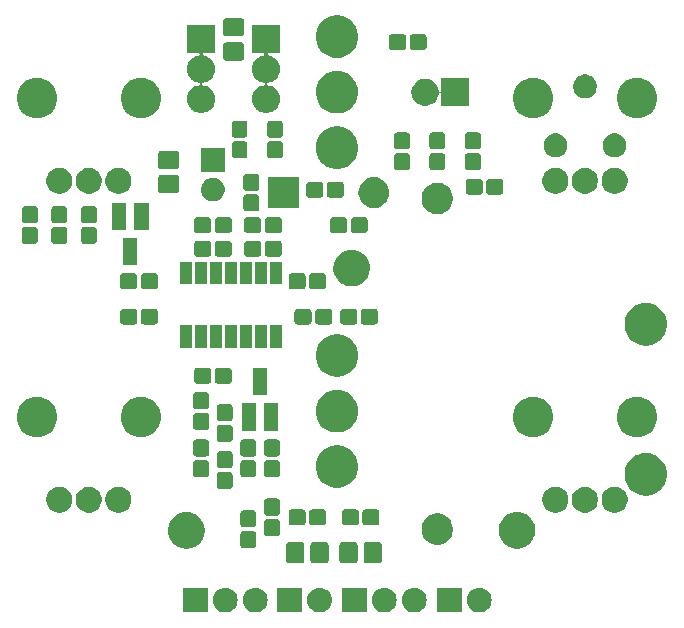
<source format=gbr>
G04 #@! TF.GenerationSoftware,KiCad,Pcbnew,(5.1.2-1)-1*
G04 #@! TF.CreationDate,2019-12-27T23:22:22-07:00*
G04 #@! TF.ProjectId,NuisanceEngine,4e756973-616e-4636-9545-6e67696e652e,rev?*
G04 #@! TF.SameCoordinates,Original*
G04 #@! TF.FileFunction,Soldermask,Top*
G04 #@! TF.FilePolarity,Negative*
%FSLAX46Y46*%
G04 Gerber Fmt 4.6, Leading zero omitted, Abs format (unit mm)*
G04 Created by KiCad (PCBNEW (5.1.2-1)-1) date 2019-12-27 23:22:22*
%MOMM*%
%LPD*%
G04 APERTURE LIST*
%ADD10C,0.100000*%
G04 APERTURE END LIST*
D10*
G36*
X92168707Y-96957596D02*
G01*
X92245836Y-96965193D01*
X92443762Y-97025233D01*
X92443765Y-97025234D01*
X92626170Y-97122732D01*
X92786055Y-97253945D01*
X92917268Y-97413830D01*
X93014766Y-97596235D01*
X93014767Y-97596238D01*
X93074807Y-97794164D01*
X93095080Y-98000000D01*
X93074807Y-98205836D01*
X93014767Y-98403762D01*
X93014766Y-98403765D01*
X92917268Y-98586170D01*
X92786055Y-98746055D01*
X92626170Y-98877268D01*
X92443765Y-98974766D01*
X92443762Y-98974767D01*
X92245836Y-99034807D01*
X92168707Y-99042403D01*
X92091580Y-99050000D01*
X91988420Y-99050000D01*
X91911293Y-99042403D01*
X91834164Y-99034807D01*
X91636238Y-98974767D01*
X91636235Y-98974766D01*
X91453830Y-98877268D01*
X91293945Y-98746055D01*
X91162732Y-98586170D01*
X91065234Y-98403765D01*
X91065233Y-98403762D01*
X91005193Y-98205836D01*
X90984920Y-98000000D01*
X91005193Y-97794164D01*
X91065233Y-97596238D01*
X91065234Y-97596235D01*
X91162732Y-97413830D01*
X91293945Y-97253945D01*
X91453830Y-97122732D01*
X91636235Y-97025234D01*
X91636238Y-97025233D01*
X91834164Y-96965193D01*
X91911293Y-96957596D01*
X91988420Y-96950000D01*
X92091580Y-96950000D01*
X92168707Y-96957596D01*
X92168707Y-96957596D01*
G37*
G36*
X90550000Y-99050000D02*
G01*
X88450000Y-99050000D01*
X88450000Y-96950000D01*
X90550000Y-96950000D01*
X90550000Y-99050000D01*
X90550000Y-99050000D01*
G37*
G36*
X86668707Y-96957596D02*
G01*
X86745836Y-96965193D01*
X86943762Y-97025233D01*
X86943765Y-97025234D01*
X87126170Y-97122732D01*
X87286055Y-97253945D01*
X87417268Y-97413830D01*
X87514766Y-97596235D01*
X87514767Y-97596238D01*
X87574807Y-97794164D01*
X87595080Y-98000000D01*
X87574807Y-98205836D01*
X87514767Y-98403762D01*
X87514766Y-98403765D01*
X87417268Y-98586170D01*
X87286055Y-98746055D01*
X87126170Y-98877268D01*
X86943765Y-98974766D01*
X86943762Y-98974767D01*
X86745836Y-99034807D01*
X86668707Y-99042403D01*
X86591580Y-99050000D01*
X86488420Y-99050000D01*
X86411293Y-99042403D01*
X86334164Y-99034807D01*
X86136238Y-98974767D01*
X86136235Y-98974766D01*
X85953830Y-98877268D01*
X85793945Y-98746055D01*
X85662732Y-98586170D01*
X85565234Y-98403765D01*
X85565233Y-98403762D01*
X85505193Y-98205836D01*
X85484920Y-98000000D01*
X85505193Y-97794164D01*
X85565233Y-97596238D01*
X85565234Y-97596235D01*
X85662732Y-97413830D01*
X85793945Y-97253945D01*
X85953830Y-97122732D01*
X86136235Y-97025234D01*
X86136238Y-97025233D01*
X86334164Y-96965193D01*
X86411293Y-96957596D01*
X86488420Y-96950000D01*
X86591580Y-96950000D01*
X86668707Y-96957596D01*
X86668707Y-96957596D01*
G37*
G36*
X84128707Y-96957596D02*
G01*
X84205836Y-96965193D01*
X84403762Y-97025233D01*
X84403765Y-97025234D01*
X84586170Y-97122732D01*
X84746055Y-97253945D01*
X84877268Y-97413830D01*
X84974766Y-97596235D01*
X84974767Y-97596238D01*
X85034807Y-97794164D01*
X85055080Y-98000000D01*
X85034807Y-98205836D01*
X84974767Y-98403762D01*
X84974766Y-98403765D01*
X84877268Y-98586170D01*
X84746055Y-98746055D01*
X84586170Y-98877268D01*
X84403765Y-98974766D01*
X84403762Y-98974767D01*
X84205836Y-99034807D01*
X84128707Y-99042403D01*
X84051580Y-99050000D01*
X83948420Y-99050000D01*
X83871293Y-99042403D01*
X83794164Y-99034807D01*
X83596238Y-98974767D01*
X83596235Y-98974766D01*
X83413830Y-98877268D01*
X83253945Y-98746055D01*
X83122732Y-98586170D01*
X83025234Y-98403765D01*
X83025233Y-98403762D01*
X82965193Y-98205836D01*
X82944920Y-98000000D01*
X82965193Y-97794164D01*
X83025233Y-97596238D01*
X83025234Y-97596235D01*
X83122732Y-97413830D01*
X83253945Y-97253945D01*
X83413830Y-97122732D01*
X83596235Y-97025234D01*
X83596238Y-97025233D01*
X83794164Y-96965193D01*
X83871293Y-96957596D01*
X83948420Y-96950000D01*
X84051580Y-96950000D01*
X84128707Y-96957596D01*
X84128707Y-96957596D01*
G37*
G36*
X82510000Y-99050000D02*
G01*
X80410000Y-99050000D01*
X80410000Y-96950000D01*
X82510000Y-96950000D01*
X82510000Y-99050000D01*
X82510000Y-99050000D01*
G37*
G36*
X78668707Y-96957596D02*
G01*
X78745836Y-96965193D01*
X78943762Y-97025233D01*
X78943765Y-97025234D01*
X79126170Y-97122732D01*
X79286055Y-97253945D01*
X79417268Y-97413830D01*
X79514766Y-97596235D01*
X79514767Y-97596238D01*
X79574807Y-97794164D01*
X79595080Y-98000000D01*
X79574807Y-98205836D01*
X79514767Y-98403762D01*
X79514766Y-98403765D01*
X79417268Y-98586170D01*
X79286055Y-98746055D01*
X79126170Y-98877268D01*
X78943765Y-98974766D01*
X78943762Y-98974767D01*
X78745836Y-99034807D01*
X78668707Y-99042403D01*
X78591580Y-99050000D01*
X78488420Y-99050000D01*
X78411293Y-99042403D01*
X78334164Y-99034807D01*
X78136238Y-98974767D01*
X78136235Y-98974766D01*
X77953830Y-98877268D01*
X77793945Y-98746055D01*
X77662732Y-98586170D01*
X77565234Y-98403765D01*
X77565233Y-98403762D01*
X77505193Y-98205836D01*
X77484920Y-98000000D01*
X77505193Y-97794164D01*
X77565233Y-97596238D01*
X77565234Y-97596235D01*
X77662732Y-97413830D01*
X77793945Y-97253945D01*
X77953830Y-97122732D01*
X78136235Y-97025234D01*
X78136238Y-97025233D01*
X78334164Y-96965193D01*
X78411293Y-96957596D01*
X78488420Y-96950000D01*
X78591580Y-96950000D01*
X78668707Y-96957596D01*
X78668707Y-96957596D01*
G37*
G36*
X77050000Y-99050000D02*
G01*
X74950000Y-99050000D01*
X74950000Y-96950000D01*
X77050000Y-96950000D01*
X77050000Y-99050000D01*
X77050000Y-99050000D01*
G37*
G36*
X73208707Y-96957596D02*
G01*
X73285836Y-96965193D01*
X73483762Y-97025233D01*
X73483765Y-97025234D01*
X73666170Y-97122732D01*
X73826055Y-97253945D01*
X73957268Y-97413830D01*
X74054766Y-97596235D01*
X74054767Y-97596238D01*
X74114807Y-97794164D01*
X74135080Y-98000000D01*
X74114807Y-98205836D01*
X74054767Y-98403762D01*
X74054766Y-98403765D01*
X73957268Y-98586170D01*
X73826055Y-98746055D01*
X73666170Y-98877268D01*
X73483765Y-98974766D01*
X73483762Y-98974767D01*
X73285836Y-99034807D01*
X73208707Y-99042403D01*
X73131580Y-99050000D01*
X73028420Y-99050000D01*
X72951293Y-99042403D01*
X72874164Y-99034807D01*
X72676238Y-98974767D01*
X72676235Y-98974766D01*
X72493830Y-98877268D01*
X72333945Y-98746055D01*
X72202732Y-98586170D01*
X72105234Y-98403765D01*
X72105233Y-98403762D01*
X72045193Y-98205836D01*
X72024920Y-98000000D01*
X72045193Y-97794164D01*
X72105233Y-97596238D01*
X72105234Y-97596235D01*
X72202732Y-97413830D01*
X72333945Y-97253945D01*
X72493830Y-97122732D01*
X72676235Y-97025234D01*
X72676238Y-97025233D01*
X72874164Y-96965193D01*
X72951293Y-96957596D01*
X73028420Y-96950000D01*
X73131580Y-96950000D01*
X73208707Y-96957596D01*
X73208707Y-96957596D01*
G37*
G36*
X70668707Y-96957596D02*
G01*
X70745836Y-96965193D01*
X70943762Y-97025233D01*
X70943765Y-97025234D01*
X71126170Y-97122732D01*
X71286055Y-97253945D01*
X71417268Y-97413830D01*
X71514766Y-97596235D01*
X71514767Y-97596238D01*
X71574807Y-97794164D01*
X71595080Y-98000000D01*
X71574807Y-98205836D01*
X71514767Y-98403762D01*
X71514766Y-98403765D01*
X71417268Y-98586170D01*
X71286055Y-98746055D01*
X71126170Y-98877268D01*
X70943765Y-98974766D01*
X70943762Y-98974767D01*
X70745836Y-99034807D01*
X70668707Y-99042403D01*
X70591580Y-99050000D01*
X70488420Y-99050000D01*
X70411293Y-99042403D01*
X70334164Y-99034807D01*
X70136238Y-98974767D01*
X70136235Y-98974766D01*
X69953830Y-98877268D01*
X69793945Y-98746055D01*
X69662732Y-98586170D01*
X69565234Y-98403765D01*
X69565233Y-98403762D01*
X69505193Y-98205836D01*
X69484920Y-98000000D01*
X69505193Y-97794164D01*
X69565233Y-97596238D01*
X69565234Y-97596235D01*
X69662732Y-97413830D01*
X69793945Y-97253945D01*
X69953830Y-97122732D01*
X70136235Y-97025234D01*
X70136238Y-97025233D01*
X70334164Y-96965193D01*
X70411293Y-96957596D01*
X70488420Y-96950000D01*
X70591580Y-96950000D01*
X70668707Y-96957596D01*
X70668707Y-96957596D01*
G37*
G36*
X69050000Y-99050000D02*
G01*
X66950000Y-99050000D01*
X66950000Y-96950000D01*
X69050000Y-96950000D01*
X69050000Y-99050000D01*
X69050000Y-99050000D01*
G37*
G36*
X83585529Y-93105710D02*
G01*
X83635378Y-93120831D01*
X83681310Y-93145382D01*
X83721574Y-93178426D01*
X83754618Y-93218690D01*
X83779169Y-93264622D01*
X83794290Y-93314471D01*
X83800000Y-93372444D01*
X83800000Y-94627556D01*
X83794290Y-94685529D01*
X83779169Y-94735378D01*
X83754618Y-94781310D01*
X83721574Y-94821574D01*
X83681310Y-94854618D01*
X83635378Y-94879169D01*
X83585529Y-94894290D01*
X83527556Y-94900000D01*
X82522444Y-94900000D01*
X82464471Y-94894290D01*
X82414622Y-94879169D01*
X82368690Y-94854618D01*
X82328426Y-94821574D01*
X82295382Y-94781310D01*
X82270831Y-94735378D01*
X82255710Y-94685529D01*
X82250000Y-94627556D01*
X82250000Y-93372444D01*
X82255710Y-93314471D01*
X82270831Y-93264622D01*
X82295382Y-93218690D01*
X82328426Y-93178426D01*
X82368690Y-93145382D01*
X82414622Y-93120831D01*
X82464471Y-93105710D01*
X82522444Y-93100000D01*
X83527556Y-93100000D01*
X83585529Y-93105710D01*
X83585529Y-93105710D01*
G37*
G36*
X81535529Y-93105710D02*
G01*
X81585378Y-93120831D01*
X81631310Y-93145382D01*
X81671574Y-93178426D01*
X81704618Y-93218690D01*
X81729169Y-93264622D01*
X81744290Y-93314471D01*
X81750000Y-93372444D01*
X81750000Y-94627556D01*
X81744290Y-94685529D01*
X81729169Y-94735378D01*
X81704618Y-94781310D01*
X81671574Y-94821574D01*
X81631310Y-94854618D01*
X81585378Y-94879169D01*
X81535529Y-94894290D01*
X81477556Y-94900000D01*
X80472444Y-94900000D01*
X80414471Y-94894290D01*
X80364622Y-94879169D01*
X80318690Y-94854618D01*
X80278426Y-94821574D01*
X80245382Y-94781310D01*
X80220831Y-94735378D01*
X80205710Y-94685529D01*
X80200000Y-94627556D01*
X80200000Y-93372444D01*
X80205710Y-93314471D01*
X80220831Y-93264622D01*
X80245382Y-93218690D01*
X80278426Y-93178426D01*
X80318690Y-93145382D01*
X80364622Y-93120831D01*
X80414471Y-93105710D01*
X80472444Y-93100000D01*
X81477556Y-93100000D01*
X81535529Y-93105710D01*
X81535529Y-93105710D01*
G37*
G36*
X77035529Y-93105710D02*
G01*
X77085378Y-93120831D01*
X77131310Y-93145382D01*
X77171574Y-93178426D01*
X77204618Y-93218690D01*
X77229169Y-93264622D01*
X77244290Y-93314471D01*
X77250000Y-93372444D01*
X77250000Y-94627556D01*
X77244290Y-94685529D01*
X77229169Y-94735378D01*
X77204618Y-94781310D01*
X77171574Y-94821574D01*
X77131310Y-94854618D01*
X77085378Y-94879169D01*
X77035529Y-94894290D01*
X76977556Y-94900000D01*
X75972444Y-94900000D01*
X75914471Y-94894290D01*
X75864622Y-94879169D01*
X75818690Y-94854618D01*
X75778426Y-94821574D01*
X75745382Y-94781310D01*
X75720831Y-94735378D01*
X75705710Y-94685529D01*
X75700000Y-94627556D01*
X75700000Y-93372444D01*
X75705710Y-93314471D01*
X75720831Y-93264622D01*
X75745382Y-93218690D01*
X75778426Y-93178426D01*
X75818690Y-93145382D01*
X75864622Y-93120831D01*
X75914471Y-93105710D01*
X75972444Y-93100000D01*
X76977556Y-93100000D01*
X77035529Y-93105710D01*
X77035529Y-93105710D01*
G37*
G36*
X79085529Y-93105710D02*
G01*
X79135378Y-93120831D01*
X79181310Y-93145382D01*
X79221574Y-93178426D01*
X79254618Y-93218690D01*
X79279169Y-93264622D01*
X79294290Y-93314471D01*
X79300000Y-93372444D01*
X79300000Y-94627556D01*
X79294290Y-94685529D01*
X79279169Y-94735378D01*
X79254618Y-94781310D01*
X79221574Y-94821574D01*
X79181310Y-94854618D01*
X79135378Y-94879169D01*
X79085529Y-94894290D01*
X79027556Y-94900000D01*
X78022444Y-94900000D01*
X77964471Y-94894290D01*
X77914622Y-94879169D01*
X77868690Y-94854618D01*
X77828426Y-94821574D01*
X77795382Y-94781310D01*
X77770831Y-94735378D01*
X77755710Y-94685529D01*
X77750000Y-94627556D01*
X77750000Y-93372444D01*
X77755710Y-93314471D01*
X77770831Y-93264622D01*
X77795382Y-93218690D01*
X77828426Y-93178426D01*
X77868690Y-93145382D01*
X77914622Y-93120831D01*
X77964471Y-93105710D01*
X78022444Y-93100000D01*
X79027556Y-93100000D01*
X79085529Y-93105710D01*
X79085529Y-93105710D01*
G37*
G36*
X95545153Y-90578343D02*
G01*
X95702118Y-90609565D01*
X95747903Y-90628530D01*
X95984199Y-90726407D01*
X96021228Y-90751149D01*
X96238068Y-90896036D01*
X96453964Y-91111932D01*
X96517405Y-91206879D01*
X96623593Y-91365801D01*
X96625140Y-91369537D01*
X96740435Y-91647882D01*
X96750803Y-91700005D01*
X96800000Y-91947337D01*
X96800000Y-92252663D01*
X96772353Y-92391656D01*
X96740435Y-92552118D01*
X96723036Y-92594123D01*
X96623593Y-92834199D01*
X96623592Y-92834200D01*
X96453964Y-93088068D01*
X96238068Y-93303964D01*
X96126471Y-93378530D01*
X95984199Y-93473593D01*
X95874511Y-93519027D01*
X95702118Y-93590435D01*
X95552390Y-93620217D01*
X95402663Y-93650000D01*
X95097337Y-93650000D01*
X94947610Y-93620217D01*
X94797882Y-93590435D01*
X94625489Y-93519027D01*
X94515801Y-93473593D01*
X94373529Y-93378530D01*
X94261932Y-93303964D01*
X94046036Y-93088068D01*
X93876408Y-92834200D01*
X93876407Y-92834199D01*
X93776964Y-92594123D01*
X93759565Y-92552118D01*
X93727647Y-92391656D01*
X93700000Y-92252663D01*
X93700000Y-91947337D01*
X93749197Y-91700005D01*
X93759565Y-91647882D01*
X93874860Y-91369537D01*
X93876407Y-91365801D01*
X93982595Y-91206879D01*
X94046036Y-91111932D01*
X94261932Y-90896036D01*
X94478772Y-90751149D01*
X94515801Y-90726407D01*
X94752097Y-90628530D01*
X94797882Y-90609565D01*
X94954847Y-90578343D01*
X95097337Y-90550000D01*
X95402663Y-90550000D01*
X95545153Y-90578343D01*
X95545153Y-90578343D01*
G37*
G36*
X67545153Y-90578343D02*
G01*
X67702118Y-90609565D01*
X67747903Y-90628530D01*
X67984199Y-90726407D01*
X68021228Y-90751149D01*
X68238068Y-90896036D01*
X68453964Y-91111932D01*
X68517405Y-91206879D01*
X68623593Y-91365801D01*
X68625140Y-91369537D01*
X68740435Y-91647882D01*
X68750803Y-91700005D01*
X68800000Y-91947337D01*
X68800000Y-92252663D01*
X68772353Y-92391656D01*
X68740435Y-92552118D01*
X68723036Y-92594123D01*
X68623593Y-92834199D01*
X68623592Y-92834200D01*
X68453964Y-93088068D01*
X68238068Y-93303964D01*
X68126471Y-93378530D01*
X67984199Y-93473593D01*
X67874511Y-93519027D01*
X67702118Y-93590435D01*
X67552390Y-93620217D01*
X67402663Y-93650000D01*
X67097337Y-93650000D01*
X66947610Y-93620217D01*
X66797882Y-93590435D01*
X66625489Y-93519027D01*
X66515801Y-93473593D01*
X66373529Y-93378530D01*
X66261932Y-93303964D01*
X66046036Y-93088068D01*
X65876408Y-92834200D01*
X65876407Y-92834199D01*
X65776964Y-92594123D01*
X65759565Y-92552118D01*
X65727647Y-92391656D01*
X65700000Y-92252663D01*
X65700000Y-91947337D01*
X65749197Y-91700005D01*
X65759565Y-91647882D01*
X65874860Y-91369537D01*
X65876407Y-91365801D01*
X65982595Y-91206879D01*
X66046036Y-91111932D01*
X66261932Y-90896036D01*
X66478772Y-90751149D01*
X66515801Y-90726407D01*
X66752097Y-90628530D01*
X66797882Y-90609565D01*
X66954847Y-90578343D01*
X67097337Y-90550000D01*
X67402663Y-90550000D01*
X67545153Y-90578343D01*
X67545153Y-90578343D01*
G37*
G36*
X72953530Y-92155877D02*
G01*
X73005010Y-92171493D01*
X73052445Y-92196848D01*
X73094027Y-92230973D01*
X73128152Y-92272555D01*
X73153507Y-92319990D01*
X73169123Y-92371470D01*
X73175000Y-92431140D01*
X73175000Y-93318860D01*
X73169123Y-93378530D01*
X73153507Y-93430010D01*
X73128152Y-93477445D01*
X73094027Y-93519027D01*
X73052445Y-93553152D01*
X73005010Y-93578507D01*
X72953530Y-93594123D01*
X72893860Y-93600000D01*
X72106140Y-93600000D01*
X72046470Y-93594123D01*
X71994990Y-93578507D01*
X71947555Y-93553152D01*
X71905973Y-93519027D01*
X71871848Y-93477445D01*
X71846493Y-93430010D01*
X71830877Y-93378530D01*
X71825000Y-93318860D01*
X71825000Y-92431140D01*
X71830877Y-92371470D01*
X71846493Y-92319990D01*
X71871848Y-92272555D01*
X71905973Y-92230973D01*
X71947555Y-92196848D01*
X71994990Y-92171493D01*
X72046470Y-92155877D01*
X72106140Y-92150000D01*
X72893860Y-92150000D01*
X72953530Y-92155877D01*
X72953530Y-92155877D01*
G37*
G36*
X88888237Y-90720149D02*
G01*
X89130463Y-90820482D01*
X89130465Y-90820483D01*
X89348463Y-90966145D01*
X89533855Y-91151537D01*
X89646412Y-91319990D01*
X89679518Y-91369537D01*
X89779851Y-91611763D01*
X89831000Y-91868907D01*
X89831000Y-92131093D01*
X89779851Y-92388237D01*
X89701039Y-92578507D01*
X89679517Y-92630465D01*
X89533855Y-92848463D01*
X89348463Y-93033855D01*
X89130465Y-93179517D01*
X89130464Y-93179518D01*
X89130463Y-93179518D01*
X88888237Y-93279851D01*
X88631093Y-93331000D01*
X88368907Y-93331000D01*
X88111763Y-93279851D01*
X87869537Y-93179518D01*
X87869536Y-93179518D01*
X87869535Y-93179517D01*
X87651537Y-93033855D01*
X87466145Y-92848463D01*
X87320483Y-92630465D01*
X87298961Y-92578507D01*
X87220149Y-92388237D01*
X87169000Y-92131093D01*
X87169000Y-91868907D01*
X87220149Y-91611763D01*
X87320482Y-91369537D01*
X87353588Y-91319990D01*
X87466145Y-91151537D01*
X87651537Y-90966145D01*
X87869535Y-90820483D01*
X87869537Y-90820482D01*
X88111763Y-90720149D01*
X88368907Y-90669000D01*
X88631093Y-90669000D01*
X88888237Y-90720149D01*
X88888237Y-90720149D01*
G37*
G36*
X74953530Y-91155877D02*
G01*
X75005010Y-91171493D01*
X75052445Y-91196848D01*
X75094027Y-91230973D01*
X75128152Y-91272555D01*
X75153507Y-91319990D01*
X75169123Y-91371470D01*
X75175000Y-91431140D01*
X75175000Y-92318860D01*
X75169123Y-92378530D01*
X75153507Y-92430010D01*
X75128152Y-92477445D01*
X75094027Y-92519027D01*
X75052445Y-92553152D01*
X75005010Y-92578507D01*
X74953530Y-92594123D01*
X74893860Y-92600000D01*
X74106140Y-92600000D01*
X74046470Y-92594123D01*
X73994990Y-92578507D01*
X73947555Y-92553152D01*
X73905973Y-92519027D01*
X73871848Y-92477445D01*
X73846493Y-92430010D01*
X73830877Y-92378530D01*
X73825000Y-92318860D01*
X73825000Y-91431140D01*
X73830877Y-91371470D01*
X73846493Y-91319990D01*
X73871848Y-91272555D01*
X73905973Y-91230973D01*
X73947555Y-91196848D01*
X73994990Y-91171493D01*
X74046470Y-91155877D01*
X74106140Y-91150000D01*
X74893860Y-91150000D01*
X74953530Y-91155877D01*
X74953530Y-91155877D01*
G37*
G36*
X72953530Y-90405877D02*
G01*
X73005010Y-90421493D01*
X73052445Y-90446848D01*
X73094027Y-90480973D01*
X73128152Y-90522555D01*
X73153507Y-90569990D01*
X73169123Y-90621470D01*
X73175000Y-90681140D01*
X73175000Y-91568860D01*
X73169123Y-91628530D01*
X73153507Y-91680010D01*
X73128152Y-91727445D01*
X73094027Y-91769027D01*
X73052445Y-91803152D01*
X73005010Y-91828507D01*
X72953530Y-91844123D01*
X72893860Y-91850000D01*
X72106140Y-91850000D01*
X72046470Y-91844123D01*
X71994990Y-91828507D01*
X71947555Y-91803152D01*
X71905973Y-91769027D01*
X71871848Y-91727445D01*
X71846493Y-91680010D01*
X71830877Y-91628530D01*
X71825000Y-91568860D01*
X71825000Y-90681140D01*
X71830877Y-90621470D01*
X71846493Y-90569990D01*
X71871848Y-90522555D01*
X71905973Y-90480973D01*
X71947555Y-90446848D01*
X71994990Y-90421493D01*
X72046470Y-90405877D01*
X72106140Y-90400000D01*
X72893860Y-90400000D01*
X72953530Y-90405877D01*
X72953530Y-90405877D01*
G37*
G36*
X81628530Y-90330877D02*
G01*
X81680010Y-90346493D01*
X81727445Y-90371848D01*
X81769027Y-90405973D01*
X81803152Y-90447555D01*
X81828507Y-90494990D01*
X81844123Y-90546470D01*
X81850000Y-90606140D01*
X81850000Y-91393860D01*
X81844123Y-91453530D01*
X81828507Y-91505010D01*
X81803152Y-91552445D01*
X81769027Y-91594027D01*
X81727445Y-91628152D01*
X81680010Y-91653507D01*
X81628530Y-91669123D01*
X81568860Y-91675000D01*
X80681140Y-91675000D01*
X80621470Y-91669123D01*
X80569990Y-91653507D01*
X80522555Y-91628152D01*
X80480973Y-91594027D01*
X80446848Y-91552445D01*
X80421493Y-91505010D01*
X80405877Y-91453530D01*
X80400000Y-91393860D01*
X80400000Y-90606140D01*
X80405877Y-90546470D01*
X80421493Y-90494990D01*
X80446848Y-90447555D01*
X80480973Y-90405973D01*
X80522555Y-90371848D01*
X80569990Y-90346493D01*
X80621470Y-90330877D01*
X80681140Y-90325000D01*
X81568860Y-90325000D01*
X81628530Y-90330877D01*
X81628530Y-90330877D01*
G37*
G36*
X83378530Y-90330877D02*
G01*
X83430010Y-90346493D01*
X83477445Y-90371848D01*
X83519027Y-90405973D01*
X83553152Y-90447555D01*
X83578507Y-90494990D01*
X83594123Y-90546470D01*
X83600000Y-90606140D01*
X83600000Y-91393860D01*
X83594123Y-91453530D01*
X83578507Y-91505010D01*
X83553152Y-91552445D01*
X83519027Y-91594027D01*
X83477445Y-91628152D01*
X83430010Y-91653507D01*
X83378530Y-91669123D01*
X83318860Y-91675000D01*
X82431140Y-91675000D01*
X82371470Y-91669123D01*
X82319990Y-91653507D01*
X82272555Y-91628152D01*
X82230973Y-91594027D01*
X82196848Y-91552445D01*
X82171493Y-91505010D01*
X82155877Y-91453530D01*
X82150000Y-91393860D01*
X82150000Y-90606140D01*
X82155877Y-90546470D01*
X82171493Y-90494990D01*
X82196848Y-90447555D01*
X82230973Y-90405973D01*
X82272555Y-90371848D01*
X82319990Y-90346493D01*
X82371470Y-90330877D01*
X82431140Y-90325000D01*
X83318860Y-90325000D01*
X83378530Y-90330877D01*
X83378530Y-90330877D01*
G37*
G36*
X78878530Y-90330877D02*
G01*
X78930010Y-90346493D01*
X78977445Y-90371848D01*
X79019027Y-90405973D01*
X79053152Y-90447555D01*
X79078507Y-90494990D01*
X79094123Y-90546470D01*
X79100000Y-90606140D01*
X79100000Y-91393860D01*
X79094123Y-91453530D01*
X79078507Y-91505010D01*
X79053152Y-91552445D01*
X79019027Y-91594027D01*
X78977445Y-91628152D01*
X78930010Y-91653507D01*
X78878530Y-91669123D01*
X78818860Y-91675000D01*
X77931140Y-91675000D01*
X77871470Y-91669123D01*
X77819990Y-91653507D01*
X77772555Y-91628152D01*
X77730973Y-91594027D01*
X77696848Y-91552445D01*
X77671493Y-91505010D01*
X77655877Y-91453530D01*
X77650000Y-91393860D01*
X77650000Y-90606140D01*
X77655877Y-90546470D01*
X77671493Y-90494990D01*
X77696848Y-90447555D01*
X77730973Y-90405973D01*
X77772555Y-90371848D01*
X77819990Y-90346493D01*
X77871470Y-90330877D01*
X77931140Y-90325000D01*
X78818860Y-90325000D01*
X78878530Y-90330877D01*
X78878530Y-90330877D01*
G37*
G36*
X77128530Y-90330877D02*
G01*
X77180010Y-90346493D01*
X77227445Y-90371848D01*
X77269027Y-90405973D01*
X77303152Y-90447555D01*
X77328507Y-90494990D01*
X77344123Y-90546470D01*
X77350000Y-90606140D01*
X77350000Y-91393860D01*
X77344123Y-91453530D01*
X77328507Y-91505010D01*
X77303152Y-91552445D01*
X77269027Y-91594027D01*
X77227445Y-91628152D01*
X77180010Y-91653507D01*
X77128530Y-91669123D01*
X77068860Y-91675000D01*
X76181140Y-91675000D01*
X76121470Y-91669123D01*
X76069990Y-91653507D01*
X76022555Y-91628152D01*
X75980973Y-91594027D01*
X75946848Y-91552445D01*
X75921493Y-91505010D01*
X75905877Y-91453530D01*
X75900000Y-91393860D01*
X75900000Y-90606140D01*
X75905877Y-90546470D01*
X75921493Y-90494990D01*
X75946848Y-90447555D01*
X75980973Y-90405973D01*
X76022555Y-90371848D01*
X76069990Y-90346493D01*
X76121470Y-90330877D01*
X76181140Y-90325000D01*
X77068860Y-90325000D01*
X77128530Y-90330877D01*
X77128530Y-90330877D01*
G37*
G36*
X74953530Y-89405877D02*
G01*
X75005010Y-89421493D01*
X75052445Y-89446848D01*
X75094027Y-89480973D01*
X75128152Y-89522555D01*
X75153507Y-89569990D01*
X75169123Y-89621470D01*
X75175000Y-89681140D01*
X75175000Y-90568860D01*
X75169123Y-90628530D01*
X75153507Y-90680010D01*
X75128152Y-90727445D01*
X75094027Y-90769027D01*
X75052445Y-90803152D01*
X75005010Y-90828507D01*
X74953530Y-90844123D01*
X74893860Y-90850000D01*
X74106140Y-90850000D01*
X74046470Y-90844123D01*
X73994990Y-90828507D01*
X73947555Y-90803152D01*
X73905973Y-90769027D01*
X73871848Y-90727445D01*
X73846493Y-90680010D01*
X73830877Y-90628530D01*
X73825000Y-90568860D01*
X73825000Y-89681140D01*
X73830877Y-89621470D01*
X73846493Y-89569990D01*
X73871848Y-89522555D01*
X73905973Y-89480973D01*
X73947555Y-89446848D01*
X73994990Y-89421493D01*
X74046470Y-89405877D01*
X74106140Y-89400000D01*
X74893860Y-89400000D01*
X74953530Y-89405877D01*
X74953530Y-89405877D01*
G37*
G36*
X101320857Y-88442272D02*
G01*
X101460224Y-88500000D01*
X101521045Y-88525193D01*
X101594552Y-88574309D01*
X101701208Y-88645574D01*
X101854426Y-88798792D01*
X101974808Y-88978957D01*
X102057728Y-89179143D01*
X102100000Y-89391658D01*
X102100000Y-89608342D01*
X102057728Y-89820857D01*
X101974808Y-90021043D01*
X101854426Y-90201208D01*
X101701208Y-90354426D01*
X101633001Y-90400000D01*
X101521045Y-90474807D01*
X101521044Y-90474808D01*
X101521043Y-90474808D01*
X101320857Y-90557728D01*
X101108342Y-90600000D01*
X100891658Y-90600000D01*
X100679143Y-90557728D01*
X100478957Y-90474808D01*
X100478956Y-90474808D01*
X100478955Y-90474807D01*
X100366999Y-90400000D01*
X100298792Y-90354426D01*
X100145574Y-90201208D01*
X100025192Y-90021043D01*
X99942272Y-89820857D01*
X99900000Y-89608342D01*
X99900000Y-89391658D01*
X99942272Y-89179143D01*
X100025192Y-88978957D01*
X100145574Y-88798792D01*
X100298792Y-88645574D01*
X100405448Y-88574309D01*
X100478955Y-88525193D01*
X100539776Y-88500000D01*
X100679143Y-88442272D01*
X100891658Y-88400000D01*
X101108342Y-88400000D01*
X101320857Y-88442272D01*
X101320857Y-88442272D01*
G37*
G36*
X56820857Y-88442272D02*
G01*
X56960224Y-88500000D01*
X57021045Y-88525193D01*
X57094552Y-88574309D01*
X57201208Y-88645574D01*
X57354426Y-88798792D01*
X57474808Y-88978957D01*
X57557728Y-89179143D01*
X57600000Y-89391658D01*
X57600000Y-89608342D01*
X57557728Y-89820857D01*
X57474808Y-90021043D01*
X57354426Y-90201208D01*
X57201208Y-90354426D01*
X57133001Y-90400000D01*
X57021045Y-90474807D01*
X57021044Y-90474808D01*
X57021043Y-90474808D01*
X56820857Y-90557728D01*
X56608342Y-90600000D01*
X56391658Y-90600000D01*
X56179143Y-90557728D01*
X55978957Y-90474808D01*
X55978956Y-90474808D01*
X55978955Y-90474807D01*
X55866999Y-90400000D01*
X55798792Y-90354426D01*
X55645574Y-90201208D01*
X55525192Y-90021043D01*
X55442272Y-89820857D01*
X55400000Y-89608342D01*
X55400000Y-89391658D01*
X55442272Y-89179143D01*
X55525192Y-88978957D01*
X55645574Y-88798792D01*
X55798792Y-88645574D01*
X55905448Y-88574309D01*
X55978955Y-88525193D01*
X56039776Y-88500000D01*
X56179143Y-88442272D01*
X56391658Y-88400000D01*
X56608342Y-88400000D01*
X56820857Y-88442272D01*
X56820857Y-88442272D01*
G37*
G36*
X98820857Y-88442272D02*
G01*
X98960224Y-88500000D01*
X99021045Y-88525193D01*
X99094552Y-88574309D01*
X99201208Y-88645574D01*
X99354426Y-88798792D01*
X99474808Y-88978957D01*
X99557728Y-89179143D01*
X99600000Y-89391658D01*
X99600000Y-89608342D01*
X99557728Y-89820857D01*
X99474808Y-90021043D01*
X99354426Y-90201208D01*
X99201208Y-90354426D01*
X99133001Y-90400000D01*
X99021045Y-90474807D01*
X99021044Y-90474808D01*
X99021043Y-90474808D01*
X98820857Y-90557728D01*
X98608342Y-90600000D01*
X98391658Y-90600000D01*
X98179143Y-90557728D01*
X97978957Y-90474808D01*
X97978956Y-90474808D01*
X97978955Y-90474807D01*
X97866999Y-90400000D01*
X97798792Y-90354426D01*
X97645574Y-90201208D01*
X97525192Y-90021043D01*
X97442272Y-89820857D01*
X97400000Y-89608342D01*
X97400000Y-89391658D01*
X97442272Y-89179143D01*
X97525192Y-88978957D01*
X97645574Y-88798792D01*
X97798792Y-88645574D01*
X97905448Y-88574309D01*
X97978955Y-88525193D01*
X98039776Y-88500000D01*
X98179143Y-88442272D01*
X98391658Y-88400000D01*
X98608342Y-88400000D01*
X98820857Y-88442272D01*
X98820857Y-88442272D01*
G37*
G36*
X103820857Y-88442272D02*
G01*
X103960224Y-88500000D01*
X104021045Y-88525193D01*
X104094552Y-88574309D01*
X104201208Y-88645574D01*
X104354426Y-88798792D01*
X104474808Y-88978957D01*
X104557728Y-89179143D01*
X104600000Y-89391658D01*
X104600000Y-89608342D01*
X104557728Y-89820857D01*
X104474808Y-90021043D01*
X104354426Y-90201208D01*
X104201208Y-90354426D01*
X104133001Y-90400000D01*
X104021045Y-90474807D01*
X104021044Y-90474808D01*
X104021043Y-90474808D01*
X103820857Y-90557728D01*
X103608342Y-90600000D01*
X103391658Y-90600000D01*
X103179143Y-90557728D01*
X102978957Y-90474808D01*
X102978956Y-90474808D01*
X102978955Y-90474807D01*
X102866999Y-90400000D01*
X102798792Y-90354426D01*
X102645574Y-90201208D01*
X102525192Y-90021043D01*
X102442272Y-89820857D01*
X102400000Y-89608342D01*
X102400000Y-89391658D01*
X102442272Y-89179143D01*
X102525192Y-88978957D01*
X102645574Y-88798792D01*
X102798792Y-88645574D01*
X102905448Y-88574309D01*
X102978955Y-88525193D01*
X103039776Y-88500000D01*
X103179143Y-88442272D01*
X103391658Y-88400000D01*
X103608342Y-88400000D01*
X103820857Y-88442272D01*
X103820857Y-88442272D01*
G37*
G36*
X59320857Y-88442272D02*
G01*
X59460224Y-88500000D01*
X59521045Y-88525193D01*
X59594552Y-88574309D01*
X59701208Y-88645574D01*
X59854426Y-88798792D01*
X59974808Y-88978957D01*
X60057728Y-89179143D01*
X60100000Y-89391658D01*
X60100000Y-89608342D01*
X60057728Y-89820857D01*
X59974808Y-90021043D01*
X59854426Y-90201208D01*
X59701208Y-90354426D01*
X59633001Y-90400000D01*
X59521045Y-90474807D01*
X59521044Y-90474808D01*
X59521043Y-90474808D01*
X59320857Y-90557728D01*
X59108342Y-90600000D01*
X58891658Y-90600000D01*
X58679143Y-90557728D01*
X58478957Y-90474808D01*
X58478956Y-90474808D01*
X58478955Y-90474807D01*
X58366999Y-90400000D01*
X58298792Y-90354426D01*
X58145574Y-90201208D01*
X58025192Y-90021043D01*
X57942272Y-89820857D01*
X57900000Y-89608342D01*
X57900000Y-89391658D01*
X57942272Y-89179143D01*
X58025192Y-88978957D01*
X58145574Y-88798792D01*
X58298792Y-88645574D01*
X58405448Y-88574309D01*
X58478955Y-88525193D01*
X58539776Y-88500000D01*
X58679143Y-88442272D01*
X58891658Y-88400000D01*
X59108342Y-88400000D01*
X59320857Y-88442272D01*
X59320857Y-88442272D01*
G37*
G36*
X61820857Y-88442272D02*
G01*
X61960224Y-88500000D01*
X62021045Y-88525193D01*
X62094552Y-88574309D01*
X62201208Y-88645574D01*
X62354426Y-88798792D01*
X62474808Y-88978957D01*
X62557728Y-89179143D01*
X62600000Y-89391658D01*
X62600000Y-89608342D01*
X62557728Y-89820857D01*
X62474808Y-90021043D01*
X62354426Y-90201208D01*
X62201208Y-90354426D01*
X62133001Y-90400000D01*
X62021045Y-90474807D01*
X62021044Y-90474808D01*
X62021043Y-90474808D01*
X61820857Y-90557728D01*
X61608342Y-90600000D01*
X61391658Y-90600000D01*
X61179143Y-90557728D01*
X60978957Y-90474808D01*
X60978956Y-90474808D01*
X60978955Y-90474807D01*
X60866999Y-90400000D01*
X60798792Y-90354426D01*
X60645574Y-90201208D01*
X60525192Y-90021043D01*
X60442272Y-89820857D01*
X60400000Y-89608342D01*
X60400000Y-89391658D01*
X60442272Y-89179143D01*
X60525192Y-88978957D01*
X60645574Y-88798792D01*
X60798792Y-88645574D01*
X60905448Y-88574309D01*
X60978955Y-88525193D01*
X61039776Y-88500000D01*
X61179143Y-88442272D01*
X61391658Y-88400000D01*
X61608342Y-88400000D01*
X61820857Y-88442272D01*
X61820857Y-88442272D01*
G37*
G36*
X106501163Y-85584587D02*
G01*
X106675041Y-85619173D01*
X106870186Y-85700005D01*
X106993659Y-85751149D01*
X107002620Y-85754861D01*
X107297433Y-85951849D01*
X107548151Y-86202567D01*
X107745139Y-86497380D01*
X107880827Y-86824959D01*
X107884518Y-86843515D01*
X107950000Y-87172714D01*
X107950000Y-87527286D01*
X107944855Y-87553152D01*
X107880827Y-87875041D01*
X107745139Y-88202620D01*
X107548151Y-88497433D01*
X107297433Y-88748151D01*
X107002620Y-88945139D01*
X106675041Y-89080827D01*
X106501162Y-89115414D01*
X106327286Y-89150000D01*
X105972714Y-89150000D01*
X105798838Y-89115414D01*
X105624959Y-89080827D01*
X105297380Y-88945139D01*
X105002567Y-88748151D01*
X104751849Y-88497433D01*
X104554861Y-88202620D01*
X104419173Y-87875041D01*
X104355145Y-87553152D01*
X104350000Y-87527286D01*
X104350000Y-87172714D01*
X104415482Y-86843515D01*
X104419173Y-86824959D01*
X104554861Y-86497380D01*
X104751849Y-86202567D01*
X105002567Y-85951849D01*
X105297380Y-85754861D01*
X105306342Y-85751149D01*
X105429814Y-85700005D01*
X105624959Y-85619173D01*
X105798837Y-85584587D01*
X105972714Y-85550000D01*
X106327286Y-85550000D01*
X106501163Y-85584587D01*
X106501163Y-85584587D01*
G37*
G36*
X70953530Y-87155877D02*
G01*
X71005010Y-87171493D01*
X71052445Y-87196848D01*
X71094027Y-87230973D01*
X71128152Y-87272555D01*
X71153507Y-87319990D01*
X71169123Y-87371470D01*
X71175000Y-87431140D01*
X71175000Y-88318860D01*
X71169123Y-88378530D01*
X71153507Y-88430010D01*
X71128152Y-88477445D01*
X71094027Y-88519027D01*
X71052445Y-88553152D01*
X71005010Y-88578507D01*
X70953530Y-88594123D01*
X70893860Y-88600000D01*
X70106140Y-88600000D01*
X70046470Y-88594123D01*
X69994990Y-88578507D01*
X69947555Y-88553152D01*
X69905973Y-88519027D01*
X69871848Y-88477445D01*
X69846493Y-88430010D01*
X69830877Y-88378530D01*
X69825000Y-88318860D01*
X69825000Y-87431140D01*
X69830877Y-87371470D01*
X69846493Y-87319990D01*
X69871848Y-87272555D01*
X69905973Y-87230973D01*
X69947555Y-87196848D01*
X69994990Y-87171493D01*
X70046470Y-87155877D01*
X70106140Y-87150000D01*
X70893860Y-87150000D01*
X70953530Y-87155877D01*
X70953530Y-87155877D01*
G37*
G36*
X80351163Y-84934587D02*
G01*
X80525041Y-84969173D01*
X80852620Y-85104861D01*
X81147433Y-85301849D01*
X81398151Y-85552567D01*
X81595139Y-85847380D01*
X81730827Y-86174959D01*
X81737176Y-86206879D01*
X81794961Y-86497380D01*
X81800000Y-86522716D01*
X81800000Y-86877284D01*
X81730827Y-87225041D01*
X81595139Y-87552620D01*
X81398151Y-87847433D01*
X81147433Y-88098151D01*
X80852620Y-88295139D01*
X80525041Y-88430827D01*
X80428626Y-88450005D01*
X80177286Y-88500000D01*
X79822714Y-88500000D01*
X79571374Y-88450005D01*
X79474959Y-88430827D01*
X79147380Y-88295139D01*
X78852567Y-88098151D01*
X78601849Y-87847433D01*
X78404861Y-87552620D01*
X78269173Y-87225041D01*
X78200000Y-86877284D01*
X78200000Y-86522716D01*
X78205040Y-86497380D01*
X78262824Y-86206879D01*
X78269173Y-86174959D01*
X78404861Y-85847380D01*
X78601849Y-85552567D01*
X78852567Y-85301849D01*
X79147380Y-85104861D01*
X79474959Y-84969173D01*
X79648837Y-84934587D01*
X79822714Y-84900000D01*
X80177286Y-84900000D01*
X80351163Y-84934587D01*
X80351163Y-84934587D01*
G37*
G36*
X68953530Y-86155877D02*
G01*
X69005010Y-86171493D01*
X69052445Y-86196848D01*
X69094027Y-86230973D01*
X69128152Y-86272555D01*
X69153507Y-86319990D01*
X69169123Y-86371470D01*
X69175000Y-86431140D01*
X69175000Y-87318860D01*
X69169123Y-87378530D01*
X69153507Y-87430010D01*
X69128152Y-87477445D01*
X69094027Y-87519027D01*
X69052445Y-87553152D01*
X69005010Y-87578507D01*
X68953530Y-87594123D01*
X68893860Y-87600000D01*
X68106140Y-87600000D01*
X68046470Y-87594123D01*
X67994990Y-87578507D01*
X67947555Y-87553152D01*
X67905973Y-87519027D01*
X67871848Y-87477445D01*
X67846493Y-87430010D01*
X67830877Y-87378530D01*
X67825000Y-87318860D01*
X67825000Y-86431140D01*
X67830877Y-86371470D01*
X67846493Y-86319990D01*
X67871848Y-86272555D01*
X67905973Y-86230973D01*
X67947555Y-86196848D01*
X67994990Y-86171493D01*
X68046470Y-86155877D01*
X68106140Y-86150000D01*
X68893860Y-86150000D01*
X68953530Y-86155877D01*
X68953530Y-86155877D01*
G37*
G36*
X72953530Y-86155877D02*
G01*
X73005010Y-86171493D01*
X73052445Y-86196848D01*
X73094027Y-86230973D01*
X73128152Y-86272555D01*
X73153507Y-86319990D01*
X73169123Y-86371470D01*
X73175000Y-86431140D01*
X73175000Y-87318860D01*
X73169123Y-87378530D01*
X73153507Y-87430010D01*
X73128152Y-87477445D01*
X73094027Y-87519027D01*
X73052445Y-87553152D01*
X73005010Y-87578507D01*
X72953530Y-87594123D01*
X72893860Y-87600000D01*
X72106140Y-87600000D01*
X72046470Y-87594123D01*
X71994990Y-87578507D01*
X71947555Y-87553152D01*
X71905973Y-87519027D01*
X71871848Y-87477445D01*
X71846493Y-87430010D01*
X71830877Y-87378530D01*
X71825000Y-87318860D01*
X71825000Y-86431140D01*
X71830877Y-86371470D01*
X71846493Y-86319990D01*
X71871848Y-86272555D01*
X71905973Y-86230973D01*
X71947555Y-86196848D01*
X71994990Y-86171493D01*
X72046470Y-86155877D01*
X72106140Y-86150000D01*
X72893860Y-86150000D01*
X72953530Y-86155877D01*
X72953530Y-86155877D01*
G37*
G36*
X74953530Y-86155877D02*
G01*
X75005010Y-86171493D01*
X75052445Y-86196848D01*
X75094027Y-86230973D01*
X75128152Y-86272555D01*
X75153507Y-86319990D01*
X75169123Y-86371470D01*
X75175000Y-86431140D01*
X75175000Y-87318860D01*
X75169123Y-87378530D01*
X75153507Y-87430010D01*
X75128152Y-87477445D01*
X75094027Y-87519027D01*
X75052445Y-87553152D01*
X75005010Y-87578507D01*
X74953530Y-87594123D01*
X74893860Y-87600000D01*
X74106140Y-87600000D01*
X74046470Y-87594123D01*
X73994990Y-87578507D01*
X73947555Y-87553152D01*
X73905973Y-87519027D01*
X73871848Y-87477445D01*
X73846493Y-87430010D01*
X73830877Y-87378530D01*
X73825000Y-87318860D01*
X73825000Y-86431140D01*
X73830877Y-86371470D01*
X73846493Y-86319990D01*
X73871848Y-86272555D01*
X73905973Y-86230973D01*
X73947555Y-86196848D01*
X73994990Y-86171493D01*
X74046470Y-86155877D01*
X74106140Y-86150000D01*
X74893860Y-86150000D01*
X74953530Y-86155877D01*
X74953530Y-86155877D01*
G37*
G36*
X70953530Y-85405877D02*
G01*
X71005010Y-85421493D01*
X71052445Y-85446848D01*
X71094027Y-85480973D01*
X71128152Y-85522555D01*
X71153507Y-85569990D01*
X71169123Y-85621470D01*
X71175000Y-85681140D01*
X71175000Y-86568860D01*
X71169123Y-86628530D01*
X71153507Y-86680010D01*
X71128152Y-86727445D01*
X71094027Y-86769027D01*
X71052445Y-86803152D01*
X71005010Y-86828507D01*
X70953530Y-86844123D01*
X70893860Y-86850000D01*
X70106140Y-86850000D01*
X70046470Y-86844123D01*
X69994990Y-86828507D01*
X69947555Y-86803152D01*
X69905973Y-86769027D01*
X69871848Y-86727445D01*
X69846493Y-86680010D01*
X69830877Y-86628530D01*
X69825000Y-86568860D01*
X69825000Y-85681140D01*
X69830877Y-85621470D01*
X69846493Y-85569990D01*
X69871848Y-85522555D01*
X69905973Y-85480973D01*
X69947555Y-85446848D01*
X69994990Y-85421493D01*
X70046470Y-85405877D01*
X70106140Y-85400000D01*
X70893860Y-85400000D01*
X70953530Y-85405877D01*
X70953530Y-85405877D01*
G37*
G36*
X68953530Y-84405877D02*
G01*
X69005010Y-84421493D01*
X69052445Y-84446848D01*
X69094027Y-84480973D01*
X69128152Y-84522555D01*
X69153507Y-84569990D01*
X69169123Y-84621470D01*
X69175000Y-84681140D01*
X69175000Y-85568860D01*
X69169123Y-85628530D01*
X69153507Y-85680010D01*
X69128152Y-85727445D01*
X69094027Y-85769027D01*
X69052445Y-85803152D01*
X69005010Y-85828507D01*
X68953530Y-85844123D01*
X68893860Y-85850000D01*
X68106140Y-85850000D01*
X68046470Y-85844123D01*
X67994990Y-85828507D01*
X67947555Y-85803152D01*
X67905973Y-85769027D01*
X67871848Y-85727445D01*
X67846493Y-85680010D01*
X67830877Y-85628530D01*
X67825000Y-85568860D01*
X67825000Y-84681140D01*
X67830877Y-84621470D01*
X67846493Y-84569990D01*
X67871848Y-84522555D01*
X67905973Y-84480973D01*
X67947555Y-84446848D01*
X67994990Y-84421493D01*
X68046470Y-84405877D01*
X68106140Y-84400000D01*
X68893860Y-84400000D01*
X68953530Y-84405877D01*
X68953530Y-84405877D01*
G37*
G36*
X74953530Y-84405877D02*
G01*
X75005010Y-84421493D01*
X75052445Y-84446848D01*
X75094027Y-84480973D01*
X75128152Y-84522555D01*
X75153507Y-84569990D01*
X75169123Y-84621470D01*
X75175000Y-84681140D01*
X75175000Y-85568860D01*
X75169123Y-85628530D01*
X75153507Y-85680010D01*
X75128152Y-85727445D01*
X75094027Y-85769027D01*
X75052445Y-85803152D01*
X75005010Y-85828507D01*
X74953530Y-85844123D01*
X74893860Y-85850000D01*
X74106140Y-85850000D01*
X74046470Y-85844123D01*
X73994990Y-85828507D01*
X73947555Y-85803152D01*
X73905973Y-85769027D01*
X73871848Y-85727445D01*
X73846493Y-85680010D01*
X73830877Y-85628530D01*
X73825000Y-85568860D01*
X73825000Y-84681140D01*
X73830877Y-84621470D01*
X73846493Y-84569990D01*
X73871848Y-84522555D01*
X73905973Y-84480973D01*
X73947555Y-84446848D01*
X73994990Y-84421493D01*
X74046470Y-84405877D01*
X74106140Y-84400000D01*
X74893860Y-84400000D01*
X74953530Y-84405877D01*
X74953530Y-84405877D01*
G37*
G36*
X72953530Y-84405877D02*
G01*
X73005010Y-84421493D01*
X73052445Y-84446848D01*
X73094027Y-84480973D01*
X73128152Y-84522555D01*
X73153507Y-84569990D01*
X73169123Y-84621470D01*
X73175000Y-84681140D01*
X73175000Y-85568860D01*
X73169123Y-85628530D01*
X73153507Y-85680010D01*
X73128152Y-85727445D01*
X73094027Y-85769027D01*
X73052445Y-85803152D01*
X73005010Y-85828507D01*
X72953530Y-85844123D01*
X72893860Y-85850000D01*
X72106140Y-85850000D01*
X72046470Y-85844123D01*
X71994990Y-85828507D01*
X71947555Y-85803152D01*
X71905973Y-85769027D01*
X71871848Y-85727445D01*
X71846493Y-85680010D01*
X71830877Y-85628530D01*
X71825000Y-85568860D01*
X71825000Y-84681140D01*
X71830877Y-84621470D01*
X71846493Y-84569990D01*
X71871848Y-84522555D01*
X71905973Y-84480973D01*
X71947555Y-84446848D01*
X71994990Y-84421493D01*
X72046470Y-84405877D01*
X72106140Y-84400000D01*
X72893860Y-84400000D01*
X72953530Y-84405877D01*
X72953530Y-84405877D01*
G37*
G36*
X70953530Y-83155877D02*
G01*
X71005010Y-83171493D01*
X71052445Y-83196848D01*
X71094027Y-83230973D01*
X71128152Y-83272555D01*
X71153507Y-83319990D01*
X71169123Y-83371470D01*
X71175000Y-83431140D01*
X71175000Y-84318860D01*
X71169123Y-84378530D01*
X71153507Y-84430010D01*
X71128152Y-84477445D01*
X71094027Y-84519027D01*
X71052445Y-84553152D01*
X71005010Y-84578507D01*
X70953530Y-84594123D01*
X70893860Y-84600000D01*
X70106140Y-84600000D01*
X70046470Y-84594123D01*
X69994990Y-84578507D01*
X69947555Y-84553152D01*
X69905973Y-84519027D01*
X69871848Y-84477445D01*
X69846493Y-84430010D01*
X69830877Y-84378530D01*
X69825000Y-84318860D01*
X69825000Y-83431140D01*
X69830877Y-83371470D01*
X69846493Y-83319990D01*
X69871848Y-83272555D01*
X69905973Y-83230973D01*
X69947555Y-83196848D01*
X69994990Y-83171493D01*
X70046470Y-83155877D01*
X70106140Y-83150000D01*
X70893860Y-83150000D01*
X70953530Y-83155877D01*
X70953530Y-83155877D01*
G37*
G36*
X105731653Y-80832665D02*
G01*
X105895872Y-80865330D01*
X106205252Y-80993479D01*
X106483687Y-81179523D01*
X106720477Y-81416313D01*
X106906521Y-81694748D01*
X107034670Y-82004128D01*
X107034670Y-82004130D01*
X107100000Y-82332563D01*
X107100000Y-82667437D01*
X107083348Y-82751149D01*
X107034670Y-82995872D01*
X106906521Y-83305252D01*
X106720477Y-83583687D01*
X106483687Y-83820477D01*
X106205252Y-84006521D01*
X105895872Y-84134670D01*
X105731654Y-84167335D01*
X105567437Y-84200000D01*
X105232563Y-84200000D01*
X105068346Y-84167335D01*
X104904128Y-84134670D01*
X104594748Y-84006521D01*
X104316313Y-83820477D01*
X104079523Y-83583687D01*
X103893479Y-83305252D01*
X103765330Y-82995872D01*
X103716652Y-82751149D01*
X103700000Y-82667437D01*
X103700000Y-82332563D01*
X103765330Y-82004130D01*
X103765330Y-82004128D01*
X103893479Y-81694748D01*
X104079523Y-81416313D01*
X104316313Y-81179523D01*
X104594748Y-80993479D01*
X104904128Y-80865330D01*
X105068347Y-80832665D01*
X105232563Y-80800000D01*
X105567437Y-80800000D01*
X105731653Y-80832665D01*
X105731653Y-80832665D01*
G37*
G36*
X96931653Y-80832665D02*
G01*
X97095872Y-80865330D01*
X97405252Y-80993479D01*
X97683687Y-81179523D01*
X97920477Y-81416313D01*
X98106521Y-81694748D01*
X98234670Y-82004128D01*
X98234670Y-82004130D01*
X98300000Y-82332563D01*
X98300000Y-82667437D01*
X98283348Y-82751149D01*
X98234670Y-82995872D01*
X98106521Y-83305252D01*
X97920477Y-83583687D01*
X97683687Y-83820477D01*
X97405252Y-84006521D01*
X97095872Y-84134670D01*
X96931654Y-84167335D01*
X96767437Y-84200000D01*
X96432563Y-84200000D01*
X96268346Y-84167335D01*
X96104128Y-84134670D01*
X95794748Y-84006521D01*
X95516313Y-83820477D01*
X95279523Y-83583687D01*
X95093479Y-83305252D01*
X94965330Y-82995872D01*
X94916652Y-82751149D01*
X94900000Y-82667437D01*
X94900000Y-82332563D01*
X94965330Y-82004130D01*
X94965330Y-82004128D01*
X95093479Y-81694748D01*
X95279523Y-81416313D01*
X95516313Y-81179523D01*
X95794748Y-80993479D01*
X96104128Y-80865330D01*
X96268347Y-80832665D01*
X96432563Y-80800000D01*
X96767437Y-80800000D01*
X96931653Y-80832665D01*
X96931653Y-80832665D01*
G37*
G36*
X63731653Y-80832665D02*
G01*
X63895872Y-80865330D01*
X64205252Y-80993479D01*
X64483687Y-81179523D01*
X64720477Y-81416313D01*
X64906521Y-81694748D01*
X65034670Y-82004128D01*
X65034670Y-82004130D01*
X65100000Y-82332563D01*
X65100000Y-82667437D01*
X65083348Y-82751149D01*
X65034670Y-82995872D01*
X64906521Y-83305252D01*
X64720477Y-83583687D01*
X64483687Y-83820477D01*
X64205252Y-84006521D01*
X63895872Y-84134670D01*
X63731654Y-84167335D01*
X63567437Y-84200000D01*
X63232563Y-84200000D01*
X63068346Y-84167335D01*
X62904128Y-84134670D01*
X62594748Y-84006521D01*
X62316313Y-83820477D01*
X62079523Y-83583687D01*
X61893479Y-83305252D01*
X61765330Y-82995872D01*
X61716652Y-82751149D01*
X61700000Y-82667437D01*
X61700000Y-82332563D01*
X61765330Y-82004130D01*
X61765330Y-82004128D01*
X61893479Y-81694748D01*
X62079523Y-81416313D01*
X62316313Y-81179523D01*
X62594748Y-80993479D01*
X62904128Y-80865330D01*
X63068347Y-80832665D01*
X63232563Y-80800000D01*
X63567437Y-80800000D01*
X63731653Y-80832665D01*
X63731653Y-80832665D01*
G37*
G36*
X54931653Y-80832665D02*
G01*
X55095872Y-80865330D01*
X55405252Y-80993479D01*
X55683687Y-81179523D01*
X55920477Y-81416313D01*
X56106521Y-81694748D01*
X56234670Y-82004128D01*
X56234670Y-82004130D01*
X56300000Y-82332563D01*
X56300000Y-82667437D01*
X56283348Y-82751149D01*
X56234670Y-82995872D01*
X56106521Y-83305252D01*
X55920477Y-83583687D01*
X55683687Y-83820477D01*
X55405252Y-84006521D01*
X55095872Y-84134670D01*
X54931654Y-84167335D01*
X54767437Y-84200000D01*
X54432563Y-84200000D01*
X54268346Y-84167335D01*
X54104128Y-84134670D01*
X53794748Y-84006521D01*
X53516313Y-83820477D01*
X53279523Y-83583687D01*
X53093479Y-83305252D01*
X52965330Y-82995872D01*
X52916652Y-82751149D01*
X52900000Y-82667437D01*
X52900000Y-82332563D01*
X52965330Y-82004130D01*
X52965330Y-82004128D01*
X53093479Y-81694748D01*
X53279523Y-81416313D01*
X53516313Y-81179523D01*
X53794748Y-80993479D01*
X54104128Y-80865330D01*
X54268347Y-80832665D01*
X54432563Y-80800000D01*
X54767437Y-80800000D01*
X54931653Y-80832665D01*
X54931653Y-80832665D01*
G37*
G36*
X80351163Y-80234587D02*
G01*
X80525041Y-80269173D01*
X80852620Y-80404861D01*
X81147433Y-80601849D01*
X81398151Y-80852567D01*
X81595139Y-81147380D01*
X81730827Y-81474959D01*
X81749505Y-81568860D01*
X81800000Y-81822714D01*
X81800000Y-82177286D01*
X81775591Y-82299995D01*
X81730827Y-82525041D01*
X81658354Y-82700005D01*
X81598911Y-82843515D01*
X81595139Y-82852620D01*
X81398151Y-83147433D01*
X81147433Y-83398151D01*
X80852620Y-83595139D01*
X80525041Y-83730827D01*
X80351162Y-83765414D01*
X80177286Y-83800000D01*
X79822714Y-83800000D01*
X79648838Y-83765414D01*
X79474959Y-83730827D01*
X79147380Y-83595139D01*
X78852567Y-83398151D01*
X78601849Y-83147433D01*
X78404861Y-82852620D01*
X78401090Y-82843515D01*
X78341646Y-82700005D01*
X78269173Y-82525041D01*
X78224409Y-82299995D01*
X78200000Y-82177286D01*
X78200000Y-81822714D01*
X78250495Y-81568860D01*
X78269173Y-81474959D01*
X78404861Y-81147380D01*
X78601849Y-80852567D01*
X78852567Y-80601849D01*
X79147380Y-80404861D01*
X79474959Y-80269173D01*
X79648837Y-80234587D01*
X79822714Y-80200000D01*
X80177286Y-80200000D01*
X80351163Y-80234587D01*
X80351163Y-80234587D01*
G37*
G36*
X75050000Y-83650000D02*
G01*
X73850000Y-83650000D01*
X73850000Y-81350000D01*
X75050000Y-81350000D01*
X75050000Y-83650000D01*
X75050000Y-83650000D01*
G37*
G36*
X73150000Y-83650000D02*
G01*
X71950000Y-83650000D01*
X71950000Y-81350000D01*
X73150000Y-81350000D01*
X73150000Y-83650000D01*
X73150000Y-83650000D01*
G37*
G36*
X68953530Y-82155877D02*
G01*
X69005010Y-82171493D01*
X69052445Y-82196848D01*
X69094027Y-82230973D01*
X69128152Y-82272555D01*
X69153507Y-82319990D01*
X69169123Y-82371470D01*
X69175000Y-82431140D01*
X69175000Y-83318860D01*
X69169123Y-83378530D01*
X69153507Y-83430010D01*
X69128152Y-83477445D01*
X69094027Y-83519027D01*
X69052445Y-83553152D01*
X69005010Y-83578507D01*
X68953530Y-83594123D01*
X68893860Y-83600000D01*
X68106140Y-83600000D01*
X68046470Y-83594123D01*
X67994990Y-83578507D01*
X67947555Y-83553152D01*
X67905973Y-83519027D01*
X67871848Y-83477445D01*
X67846493Y-83430010D01*
X67830877Y-83378530D01*
X67825000Y-83318860D01*
X67825000Y-82431140D01*
X67830877Y-82371470D01*
X67846493Y-82319990D01*
X67871848Y-82272555D01*
X67905973Y-82230973D01*
X67947555Y-82196848D01*
X67994990Y-82171493D01*
X68046470Y-82155877D01*
X68106140Y-82150000D01*
X68893860Y-82150000D01*
X68953530Y-82155877D01*
X68953530Y-82155877D01*
G37*
G36*
X70953530Y-81405877D02*
G01*
X71005010Y-81421493D01*
X71052445Y-81446848D01*
X71094027Y-81480973D01*
X71128152Y-81522555D01*
X71153507Y-81569990D01*
X71169123Y-81621470D01*
X71175000Y-81681140D01*
X71175000Y-82568860D01*
X71169123Y-82628530D01*
X71153507Y-82680010D01*
X71128152Y-82727445D01*
X71094027Y-82769027D01*
X71052445Y-82803152D01*
X71005010Y-82828507D01*
X70953530Y-82844123D01*
X70893860Y-82850000D01*
X70106140Y-82850000D01*
X70046470Y-82844123D01*
X69994990Y-82828507D01*
X69947555Y-82803152D01*
X69905973Y-82769027D01*
X69871848Y-82727445D01*
X69846493Y-82680010D01*
X69830877Y-82628530D01*
X69825000Y-82568860D01*
X69825000Y-81681140D01*
X69830877Y-81621470D01*
X69846493Y-81569990D01*
X69871848Y-81522555D01*
X69905973Y-81480973D01*
X69947555Y-81446848D01*
X69994990Y-81421493D01*
X70046470Y-81405877D01*
X70106140Y-81400000D01*
X70893860Y-81400000D01*
X70953530Y-81405877D01*
X70953530Y-81405877D01*
G37*
G36*
X68953530Y-80405877D02*
G01*
X69005010Y-80421493D01*
X69052445Y-80446848D01*
X69094027Y-80480973D01*
X69128152Y-80522555D01*
X69153507Y-80569990D01*
X69169123Y-80621470D01*
X69175000Y-80681140D01*
X69175000Y-81568860D01*
X69169123Y-81628530D01*
X69153507Y-81680010D01*
X69128152Y-81727445D01*
X69094027Y-81769027D01*
X69052445Y-81803152D01*
X69005010Y-81828507D01*
X68953530Y-81844123D01*
X68893860Y-81850000D01*
X68106140Y-81850000D01*
X68046470Y-81844123D01*
X67994990Y-81828507D01*
X67947555Y-81803152D01*
X67905973Y-81769027D01*
X67871848Y-81727445D01*
X67846493Y-81680010D01*
X67830877Y-81628530D01*
X67825000Y-81568860D01*
X67825000Y-80681140D01*
X67830877Y-80621470D01*
X67846493Y-80569990D01*
X67871848Y-80522555D01*
X67905973Y-80480973D01*
X67947555Y-80446848D01*
X67994990Y-80421493D01*
X68046470Y-80405877D01*
X68106140Y-80400000D01*
X68893860Y-80400000D01*
X68953530Y-80405877D01*
X68953530Y-80405877D01*
G37*
G36*
X74100000Y-80650000D02*
G01*
X72900000Y-80650000D01*
X72900000Y-78350000D01*
X74100000Y-78350000D01*
X74100000Y-80650000D01*
X74100000Y-80650000D01*
G37*
G36*
X69128530Y-78330877D02*
G01*
X69180010Y-78346493D01*
X69227445Y-78371848D01*
X69269027Y-78405973D01*
X69303152Y-78447555D01*
X69328507Y-78494990D01*
X69344123Y-78546470D01*
X69350000Y-78606140D01*
X69350000Y-79393860D01*
X69344123Y-79453530D01*
X69328507Y-79505010D01*
X69303152Y-79552445D01*
X69269027Y-79594027D01*
X69227445Y-79628152D01*
X69180010Y-79653507D01*
X69128530Y-79669123D01*
X69068860Y-79675000D01*
X68181140Y-79675000D01*
X68121470Y-79669123D01*
X68069990Y-79653507D01*
X68022555Y-79628152D01*
X67980973Y-79594027D01*
X67946848Y-79552445D01*
X67921493Y-79505010D01*
X67905877Y-79453530D01*
X67900000Y-79393860D01*
X67900000Y-78606140D01*
X67905877Y-78546470D01*
X67921493Y-78494990D01*
X67946848Y-78447555D01*
X67980973Y-78405973D01*
X68022555Y-78371848D01*
X68069990Y-78346493D01*
X68121470Y-78330877D01*
X68181140Y-78325000D01*
X69068860Y-78325000D01*
X69128530Y-78330877D01*
X69128530Y-78330877D01*
G37*
G36*
X70878530Y-78330877D02*
G01*
X70930010Y-78346493D01*
X70977445Y-78371848D01*
X71019027Y-78405973D01*
X71053152Y-78447555D01*
X71078507Y-78494990D01*
X71094123Y-78546470D01*
X71100000Y-78606140D01*
X71100000Y-79393860D01*
X71094123Y-79453530D01*
X71078507Y-79505010D01*
X71053152Y-79552445D01*
X71019027Y-79594027D01*
X70977445Y-79628152D01*
X70930010Y-79653507D01*
X70878530Y-79669123D01*
X70818860Y-79675000D01*
X69931140Y-79675000D01*
X69871470Y-79669123D01*
X69819990Y-79653507D01*
X69772555Y-79628152D01*
X69730973Y-79594027D01*
X69696848Y-79552445D01*
X69671493Y-79505010D01*
X69655877Y-79453530D01*
X69650000Y-79393860D01*
X69650000Y-78606140D01*
X69655877Y-78546470D01*
X69671493Y-78494990D01*
X69696848Y-78447555D01*
X69730973Y-78405973D01*
X69772555Y-78371848D01*
X69819990Y-78346493D01*
X69871470Y-78330877D01*
X69931140Y-78325000D01*
X70818860Y-78325000D01*
X70878530Y-78330877D01*
X70878530Y-78330877D01*
G37*
G36*
X80351163Y-75534587D02*
G01*
X80525041Y-75569173D01*
X80852620Y-75704861D01*
X81147433Y-75901849D01*
X81398151Y-76152567D01*
X81595139Y-76447380D01*
X81730827Y-76774959D01*
X81800000Y-77122716D01*
X81800000Y-77477284D01*
X81730827Y-77825041D01*
X81595139Y-78152620D01*
X81398151Y-78447433D01*
X81147433Y-78698151D01*
X80852620Y-78895139D01*
X80525041Y-79030827D01*
X80351163Y-79065413D01*
X80177286Y-79100000D01*
X79822714Y-79100000D01*
X79648837Y-79065413D01*
X79474959Y-79030827D01*
X79147380Y-78895139D01*
X78852567Y-78698151D01*
X78601849Y-78447433D01*
X78404861Y-78152620D01*
X78269173Y-77825041D01*
X78200000Y-77477284D01*
X78200000Y-77122716D01*
X78269173Y-76774959D01*
X78404861Y-76447380D01*
X78601849Y-76152567D01*
X78852567Y-75901849D01*
X79147380Y-75704861D01*
X79474959Y-75569173D01*
X79648837Y-75534587D01*
X79822714Y-75500000D01*
X80177286Y-75500000D01*
X80351163Y-75534587D01*
X80351163Y-75534587D01*
G37*
G36*
X68960000Y-76650000D02*
G01*
X67960000Y-76650000D01*
X67960000Y-74750000D01*
X68960000Y-74750000D01*
X68960000Y-76650000D01*
X68960000Y-76650000D01*
G37*
G36*
X72770000Y-76650000D02*
G01*
X71770000Y-76650000D01*
X71770000Y-74750000D01*
X72770000Y-74750000D01*
X72770000Y-76650000D01*
X72770000Y-76650000D01*
G37*
G36*
X71500000Y-76650000D02*
G01*
X70500000Y-76650000D01*
X70500000Y-74750000D01*
X71500000Y-74750000D01*
X71500000Y-76650000D01*
X71500000Y-76650000D01*
G37*
G36*
X75310000Y-76650000D02*
G01*
X74310000Y-76650000D01*
X74310000Y-74750000D01*
X75310000Y-74750000D01*
X75310000Y-76650000D01*
X75310000Y-76650000D01*
G37*
G36*
X70230000Y-76650000D02*
G01*
X69230000Y-76650000D01*
X69230000Y-74750000D01*
X70230000Y-74750000D01*
X70230000Y-76650000D01*
X70230000Y-76650000D01*
G37*
G36*
X74040000Y-76650000D02*
G01*
X73040000Y-76650000D01*
X73040000Y-74750000D01*
X74040000Y-74750000D01*
X74040000Y-76650000D01*
X74040000Y-76650000D01*
G37*
G36*
X67690000Y-76650000D02*
G01*
X66690000Y-76650000D01*
X66690000Y-74750000D01*
X67690000Y-74750000D01*
X67690000Y-76650000D01*
X67690000Y-76650000D01*
G37*
G36*
X106501162Y-72884586D02*
G01*
X106675041Y-72919173D01*
X107002620Y-73054861D01*
X107297433Y-73251849D01*
X107548151Y-73502567D01*
X107745139Y-73797380D01*
X107880827Y-74124959D01*
X107950000Y-74472716D01*
X107950000Y-74827284D01*
X107880827Y-75175041D01*
X107745139Y-75502620D01*
X107548151Y-75797433D01*
X107297433Y-76048151D01*
X107002620Y-76245139D01*
X106675041Y-76380827D01*
X106501162Y-76415414D01*
X106327286Y-76450000D01*
X105972714Y-76450000D01*
X105798838Y-76415414D01*
X105624959Y-76380827D01*
X105297380Y-76245139D01*
X105002567Y-76048151D01*
X104751849Y-75797433D01*
X104554861Y-75502620D01*
X104419173Y-75175041D01*
X104350000Y-74827284D01*
X104350000Y-74472716D01*
X104419173Y-74124959D01*
X104554861Y-73797380D01*
X104751849Y-73502567D01*
X105002567Y-73251849D01*
X105297380Y-73054861D01*
X105624959Y-72919173D01*
X105798838Y-72884586D01*
X105972714Y-72850000D01*
X106327286Y-72850000D01*
X106501162Y-72884586D01*
X106501162Y-72884586D01*
G37*
G36*
X64628530Y-73330877D02*
G01*
X64680010Y-73346493D01*
X64727445Y-73371848D01*
X64769027Y-73405973D01*
X64803152Y-73447555D01*
X64828507Y-73494990D01*
X64844123Y-73546470D01*
X64850000Y-73606140D01*
X64850000Y-74393860D01*
X64844123Y-74453530D01*
X64828507Y-74505010D01*
X64803152Y-74552445D01*
X64769027Y-74594027D01*
X64727445Y-74628152D01*
X64680010Y-74653507D01*
X64628530Y-74669123D01*
X64568860Y-74675000D01*
X63681140Y-74675000D01*
X63621470Y-74669123D01*
X63569990Y-74653507D01*
X63522555Y-74628152D01*
X63480973Y-74594027D01*
X63446848Y-74552445D01*
X63421493Y-74505010D01*
X63405877Y-74453530D01*
X63400000Y-74393860D01*
X63400000Y-73606140D01*
X63405877Y-73546470D01*
X63421493Y-73494990D01*
X63446848Y-73447555D01*
X63480973Y-73405973D01*
X63522555Y-73371848D01*
X63569990Y-73346493D01*
X63621470Y-73330877D01*
X63681140Y-73325000D01*
X64568860Y-73325000D01*
X64628530Y-73330877D01*
X64628530Y-73330877D01*
G37*
G36*
X77628530Y-73330877D02*
G01*
X77680010Y-73346493D01*
X77727445Y-73371848D01*
X77769027Y-73405973D01*
X77803152Y-73447555D01*
X77828507Y-73494990D01*
X77844123Y-73546470D01*
X77850000Y-73606140D01*
X77850000Y-74393860D01*
X77844123Y-74453530D01*
X77828507Y-74505010D01*
X77803152Y-74552445D01*
X77769027Y-74594027D01*
X77727445Y-74628152D01*
X77680010Y-74653507D01*
X77628530Y-74669123D01*
X77568860Y-74675000D01*
X76681140Y-74675000D01*
X76621470Y-74669123D01*
X76569990Y-74653507D01*
X76522555Y-74628152D01*
X76480973Y-74594027D01*
X76446848Y-74552445D01*
X76421493Y-74505010D01*
X76405877Y-74453530D01*
X76400000Y-74393860D01*
X76400000Y-73606140D01*
X76405877Y-73546470D01*
X76421493Y-73494990D01*
X76446848Y-73447555D01*
X76480973Y-73405973D01*
X76522555Y-73371848D01*
X76569990Y-73346493D01*
X76621470Y-73330877D01*
X76681140Y-73325000D01*
X77568860Y-73325000D01*
X77628530Y-73330877D01*
X77628530Y-73330877D01*
G37*
G36*
X81503530Y-73330877D02*
G01*
X81555010Y-73346493D01*
X81602445Y-73371848D01*
X81644027Y-73405973D01*
X81678152Y-73447555D01*
X81703507Y-73494990D01*
X81719123Y-73546470D01*
X81725000Y-73606140D01*
X81725000Y-74393860D01*
X81719123Y-74453530D01*
X81703507Y-74505010D01*
X81678152Y-74552445D01*
X81644027Y-74594027D01*
X81602445Y-74628152D01*
X81555010Y-74653507D01*
X81503530Y-74669123D01*
X81443860Y-74675000D01*
X80556140Y-74675000D01*
X80496470Y-74669123D01*
X80444990Y-74653507D01*
X80397555Y-74628152D01*
X80355973Y-74594027D01*
X80321848Y-74552445D01*
X80296493Y-74505010D01*
X80280877Y-74453530D01*
X80275000Y-74393860D01*
X80275000Y-73606140D01*
X80280877Y-73546470D01*
X80296493Y-73494990D01*
X80321848Y-73447555D01*
X80355973Y-73405973D01*
X80397555Y-73371848D01*
X80444990Y-73346493D01*
X80496470Y-73330877D01*
X80556140Y-73325000D01*
X81443860Y-73325000D01*
X81503530Y-73330877D01*
X81503530Y-73330877D01*
G37*
G36*
X83253530Y-73330877D02*
G01*
X83305010Y-73346493D01*
X83352445Y-73371848D01*
X83394027Y-73405973D01*
X83428152Y-73447555D01*
X83453507Y-73494990D01*
X83469123Y-73546470D01*
X83475000Y-73606140D01*
X83475000Y-74393860D01*
X83469123Y-74453530D01*
X83453507Y-74505010D01*
X83428152Y-74552445D01*
X83394027Y-74594027D01*
X83352445Y-74628152D01*
X83305010Y-74653507D01*
X83253530Y-74669123D01*
X83193860Y-74675000D01*
X82306140Y-74675000D01*
X82246470Y-74669123D01*
X82194990Y-74653507D01*
X82147555Y-74628152D01*
X82105973Y-74594027D01*
X82071848Y-74552445D01*
X82046493Y-74505010D01*
X82030877Y-74453530D01*
X82025000Y-74393860D01*
X82025000Y-73606140D01*
X82030877Y-73546470D01*
X82046493Y-73494990D01*
X82071848Y-73447555D01*
X82105973Y-73405973D01*
X82147555Y-73371848D01*
X82194990Y-73346493D01*
X82246470Y-73330877D01*
X82306140Y-73325000D01*
X83193860Y-73325000D01*
X83253530Y-73330877D01*
X83253530Y-73330877D01*
G37*
G36*
X62878530Y-73330877D02*
G01*
X62930010Y-73346493D01*
X62977445Y-73371848D01*
X63019027Y-73405973D01*
X63053152Y-73447555D01*
X63078507Y-73494990D01*
X63094123Y-73546470D01*
X63100000Y-73606140D01*
X63100000Y-74393860D01*
X63094123Y-74453530D01*
X63078507Y-74505010D01*
X63053152Y-74552445D01*
X63019027Y-74594027D01*
X62977445Y-74628152D01*
X62930010Y-74653507D01*
X62878530Y-74669123D01*
X62818860Y-74675000D01*
X61931140Y-74675000D01*
X61871470Y-74669123D01*
X61819990Y-74653507D01*
X61772555Y-74628152D01*
X61730973Y-74594027D01*
X61696848Y-74552445D01*
X61671493Y-74505010D01*
X61655877Y-74453530D01*
X61650000Y-74393860D01*
X61650000Y-73606140D01*
X61655877Y-73546470D01*
X61671493Y-73494990D01*
X61696848Y-73447555D01*
X61730973Y-73405973D01*
X61772555Y-73371848D01*
X61819990Y-73346493D01*
X61871470Y-73330877D01*
X61931140Y-73325000D01*
X62818860Y-73325000D01*
X62878530Y-73330877D01*
X62878530Y-73330877D01*
G37*
G36*
X79378530Y-73330877D02*
G01*
X79430010Y-73346493D01*
X79477445Y-73371848D01*
X79519027Y-73405973D01*
X79553152Y-73447555D01*
X79578507Y-73494990D01*
X79594123Y-73546470D01*
X79600000Y-73606140D01*
X79600000Y-74393860D01*
X79594123Y-74453530D01*
X79578507Y-74505010D01*
X79553152Y-74552445D01*
X79519027Y-74594027D01*
X79477445Y-74628152D01*
X79430010Y-74653507D01*
X79378530Y-74669123D01*
X79318860Y-74675000D01*
X78431140Y-74675000D01*
X78371470Y-74669123D01*
X78319990Y-74653507D01*
X78272555Y-74628152D01*
X78230973Y-74594027D01*
X78196848Y-74552445D01*
X78171493Y-74505010D01*
X78155877Y-74453530D01*
X78150000Y-74393860D01*
X78150000Y-73606140D01*
X78155877Y-73546470D01*
X78171493Y-73494990D01*
X78196848Y-73447555D01*
X78230973Y-73405973D01*
X78272555Y-73371848D01*
X78319990Y-73346493D01*
X78371470Y-73330877D01*
X78431140Y-73325000D01*
X79318860Y-73325000D01*
X79378530Y-73330877D01*
X79378530Y-73330877D01*
G37*
G36*
X77128530Y-70330877D02*
G01*
X77180010Y-70346493D01*
X77227445Y-70371848D01*
X77269027Y-70405973D01*
X77303152Y-70447555D01*
X77328507Y-70494990D01*
X77344123Y-70546470D01*
X77350000Y-70606140D01*
X77350000Y-71393860D01*
X77344123Y-71453530D01*
X77328507Y-71505010D01*
X77303152Y-71552445D01*
X77269027Y-71594027D01*
X77227445Y-71628152D01*
X77180010Y-71653507D01*
X77128530Y-71669123D01*
X77068860Y-71675000D01*
X76181140Y-71675000D01*
X76121470Y-71669123D01*
X76069990Y-71653507D01*
X76022555Y-71628152D01*
X75980973Y-71594027D01*
X75946848Y-71552445D01*
X75921493Y-71505010D01*
X75905877Y-71453530D01*
X75900000Y-71393860D01*
X75900000Y-70606140D01*
X75905877Y-70546470D01*
X75921493Y-70494990D01*
X75946848Y-70447555D01*
X75980973Y-70405973D01*
X76022555Y-70371848D01*
X76069990Y-70346493D01*
X76121470Y-70330877D01*
X76181140Y-70325000D01*
X77068860Y-70325000D01*
X77128530Y-70330877D01*
X77128530Y-70330877D01*
G37*
G36*
X64628530Y-70330877D02*
G01*
X64680010Y-70346493D01*
X64727445Y-70371848D01*
X64769027Y-70405973D01*
X64803152Y-70447555D01*
X64828507Y-70494990D01*
X64844123Y-70546470D01*
X64850000Y-70606140D01*
X64850000Y-71393860D01*
X64844123Y-71453530D01*
X64828507Y-71505010D01*
X64803152Y-71552445D01*
X64769027Y-71594027D01*
X64727445Y-71628152D01*
X64680010Y-71653507D01*
X64628530Y-71669123D01*
X64568860Y-71675000D01*
X63681140Y-71675000D01*
X63621470Y-71669123D01*
X63569990Y-71653507D01*
X63522555Y-71628152D01*
X63480973Y-71594027D01*
X63446848Y-71552445D01*
X63421493Y-71505010D01*
X63405877Y-71453530D01*
X63400000Y-71393860D01*
X63400000Y-70606140D01*
X63405877Y-70546470D01*
X63421493Y-70494990D01*
X63446848Y-70447555D01*
X63480973Y-70405973D01*
X63522555Y-70371848D01*
X63569990Y-70346493D01*
X63621470Y-70330877D01*
X63681140Y-70325000D01*
X64568860Y-70325000D01*
X64628530Y-70330877D01*
X64628530Y-70330877D01*
G37*
G36*
X62878530Y-70330877D02*
G01*
X62930010Y-70346493D01*
X62977445Y-70371848D01*
X63019027Y-70405973D01*
X63053152Y-70447555D01*
X63078507Y-70494990D01*
X63094123Y-70546470D01*
X63100000Y-70606140D01*
X63100000Y-71393860D01*
X63094123Y-71453530D01*
X63078507Y-71505010D01*
X63053152Y-71552445D01*
X63019027Y-71594027D01*
X62977445Y-71628152D01*
X62930010Y-71653507D01*
X62878530Y-71669123D01*
X62818860Y-71675000D01*
X61931140Y-71675000D01*
X61871470Y-71669123D01*
X61819990Y-71653507D01*
X61772555Y-71628152D01*
X61730973Y-71594027D01*
X61696848Y-71552445D01*
X61671493Y-71505010D01*
X61655877Y-71453530D01*
X61650000Y-71393860D01*
X61650000Y-70606140D01*
X61655877Y-70546470D01*
X61671493Y-70494990D01*
X61696848Y-70447555D01*
X61730973Y-70405973D01*
X61772555Y-70371848D01*
X61819990Y-70346493D01*
X61871470Y-70330877D01*
X61931140Y-70325000D01*
X62818860Y-70325000D01*
X62878530Y-70330877D01*
X62878530Y-70330877D01*
G37*
G36*
X78878530Y-70330877D02*
G01*
X78930010Y-70346493D01*
X78977445Y-70371848D01*
X79019027Y-70405973D01*
X79053152Y-70447555D01*
X79078507Y-70494990D01*
X79094123Y-70546470D01*
X79100000Y-70606140D01*
X79100000Y-71393860D01*
X79094123Y-71453530D01*
X79078507Y-71505010D01*
X79053152Y-71552445D01*
X79019027Y-71594027D01*
X78977445Y-71628152D01*
X78930010Y-71653507D01*
X78878530Y-71669123D01*
X78818860Y-71675000D01*
X77931140Y-71675000D01*
X77871470Y-71669123D01*
X77819990Y-71653507D01*
X77772555Y-71628152D01*
X77730973Y-71594027D01*
X77696848Y-71552445D01*
X77671493Y-71505010D01*
X77655877Y-71453530D01*
X77650000Y-71393860D01*
X77650000Y-70606140D01*
X77655877Y-70546470D01*
X77671493Y-70494990D01*
X77696848Y-70447555D01*
X77730973Y-70405973D01*
X77772555Y-70371848D01*
X77819990Y-70346493D01*
X77871470Y-70330877D01*
X77931140Y-70325000D01*
X78818860Y-70325000D01*
X78878530Y-70330877D01*
X78878530Y-70330877D01*
G37*
G36*
X81552390Y-68379783D02*
G01*
X81702118Y-68409565D01*
X81818960Y-68457963D01*
X81984199Y-68526407D01*
X81984200Y-68526408D01*
X82238068Y-68696036D01*
X82453964Y-68911932D01*
X82567306Y-69081561D01*
X82623593Y-69165801D01*
X82740435Y-69447883D01*
X82780639Y-69650000D01*
X82800000Y-69747338D01*
X82800000Y-70052662D01*
X82740435Y-70352118D01*
X82718127Y-70405973D01*
X82623593Y-70634199D01*
X82623592Y-70634200D01*
X82453964Y-70888068D01*
X82238068Y-71103964D01*
X82068439Y-71217306D01*
X81984199Y-71273593D01*
X81829914Y-71337500D01*
X81702118Y-71390435D01*
X81552390Y-71420218D01*
X81402663Y-71450000D01*
X81097337Y-71450000D01*
X80947610Y-71420218D01*
X80797882Y-71390435D01*
X80670086Y-71337500D01*
X80515801Y-71273593D01*
X80431561Y-71217306D01*
X80261932Y-71103964D01*
X80046036Y-70888068D01*
X79876408Y-70634200D01*
X79876407Y-70634199D01*
X79781873Y-70405973D01*
X79759565Y-70352118D01*
X79700000Y-70052662D01*
X79700000Y-69747338D01*
X79719362Y-69650000D01*
X79759565Y-69447883D01*
X79876407Y-69165801D01*
X79932694Y-69081561D01*
X80046036Y-68911932D01*
X80261932Y-68696036D01*
X80515800Y-68526408D01*
X80515801Y-68526407D01*
X80681040Y-68457963D01*
X80797882Y-68409565D01*
X80947610Y-68379783D01*
X81097337Y-68350000D01*
X81402663Y-68350000D01*
X81552390Y-68379783D01*
X81552390Y-68379783D01*
G37*
G36*
X71500000Y-71250000D02*
G01*
X70500000Y-71250000D01*
X70500000Y-69350000D01*
X71500000Y-69350000D01*
X71500000Y-71250000D01*
X71500000Y-71250000D01*
G37*
G36*
X72770000Y-71250000D02*
G01*
X71770000Y-71250000D01*
X71770000Y-69350000D01*
X72770000Y-69350000D01*
X72770000Y-71250000D01*
X72770000Y-71250000D01*
G37*
G36*
X67690000Y-71250000D02*
G01*
X66690000Y-71250000D01*
X66690000Y-69350000D01*
X67690000Y-69350000D01*
X67690000Y-71250000D01*
X67690000Y-71250000D01*
G37*
G36*
X68960000Y-71250000D02*
G01*
X67960000Y-71250000D01*
X67960000Y-69350000D01*
X68960000Y-69350000D01*
X68960000Y-71250000D01*
X68960000Y-71250000D01*
G37*
G36*
X70230000Y-71250000D02*
G01*
X69230000Y-71250000D01*
X69230000Y-69350000D01*
X70230000Y-69350000D01*
X70230000Y-71250000D01*
X70230000Y-71250000D01*
G37*
G36*
X74040000Y-71250000D02*
G01*
X73040000Y-71250000D01*
X73040000Y-69350000D01*
X74040000Y-69350000D01*
X74040000Y-71250000D01*
X74040000Y-71250000D01*
G37*
G36*
X75310000Y-71250000D02*
G01*
X74310000Y-71250000D01*
X74310000Y-69350000D01*
X75310000Y-69350000D01*
X75310000Y-71250000D01*
X75310000Y-71250000D01*
G37*
G36*
X63100000Y-69650000D02*
G01*
X61900000Y-69650000D01*
X61900000Y-67350000D01*
X63100000Y-67350000D01*
X63100000Y-69650000D01*
X63100000Y-69650000D01*
G37*
G36*
X75128530Y-67580877D02*
G01*
X75180010Y-67596493D01*
X75227445Y-67621848D01*
X75269027Y-67655973D01*
X75303152Y-67697555D01*
X75328507Y-67744990D01*
X75344123Y-67796470D01*
X75350000Y-67856140D01*
X75350000Y-68643860D01*
X75344123Y-68703530D01*
X75328507Y-68755010D01*
X75303152Y-68802445D01*
X75269027Y-68844027D01*
X75227445Y-68878152D01*
X75180010Y-68903507D01*
X75128530Y-68919123D01*
X75068860Y-68925000D01*
X74181140Y-68925000D01*
X74121470Y-68919123D01*
X74069990Y-68903507D01*
X74022555Y-68878152D01*
X73980973Y-68844027D01*
X73946848Y-68802445D01*
X73921493Y-68755010D01*
X73905877Y-68703530D01*
X73900000Y-68643860D01*
X73900000Y-67856140D01*
X73905877Y-67796470D01*
X73921493Y-67744990D01*
X73946848Y-67697555D01*
X73980973Y-67655973D01*
X74022555Y-67621848D01*
X74069990Y-67596493D01*
X74121470Y-67580877D01*
X74181140Y-67575000D01*
X75068860Y-67575000D01*
X75128530Y-67580877D01*
X75128530Y-67580877D01*
G37*
G36*
X69128530Y-67580877D02*
G01*
X69180010Y-67596493D01*
X69227445Y-67621848D01*
X69269027Y-67655973D01*
X69303152Y-67697555D01*
X69328507Y-67744990D01*
X69344123Y-67796470D01*
X69350000Y-67856140D01*
X69350000Y-68643860D01*
X69344123Y-68703530D01*
X69328507Y-68755010D01*
X69303152Y-68802445D01*
X69269027Y-68844027D01*
X69227445Y-68878152D01*
X69180010Y-68903507D01*
X69128530Y-68919123D01*
X69068860Y-68925000D01*
X68181140Y-68925000D01*
X68121470Y-68919123D01*
X68069990Y-68903507D01*
X68022555Y-68878152D01*
X67980973Y-68844027D01*
X67946848Y-68802445D01*
X67921493Y-68755010D01*
X67905877Y-68703530D01*
X67900000Y-68643860D01*
X67900000Y-67856140D01*
X67905877Y-67796470D01*
X67921493Y-67744990D01*
X67946848Y-67697555D01*
X67980973Y-67655973D01*
X68022555Y-67621848D01*
X68069990Y-67596493D01*
X68121470Y-67580877D01*
X68181140Y-67575000D01*
X69068860Y-67575000D01*
X69128530Y-67580877D01*
X69128530Y-67580877D01*
G37*
G36*
X73378530Y-67580877D02*
G01*
X73430010Y-67596493D01*
X73477445Y-67621848D01*
X73519027Y-67655973D01*
X73553152Y-67697555D01*
X73578507Y-67744990D01*
X73594123Y-67796470D01*
X73600000Y-67856140D01*
X73600000Y-68643860D01*
X73594123Y-68703530D01*
X73578507Y-68755010D01*
X73553152Y-68802445D01*
X73519027Y-68844027D01*
X73477445Y-68878152D01*
X73430010Y-68903507D01*
X73378530Y-68919123D01*
X73318860Y-68925000D01*
X72431140Y-68925000D01*
X72371470Y-68919123D01*
X72319990Y-68903507D01*
X72272555Y-68878152D01*
X72230973Y-68844027D01*
X72196848Y-68802445D01*
X72171493Y-68755010D01*
X72155877Y-68703530D01*
X72150000Y-68643860D01*
X72150000Y-67856140D01*
X72155877Y-67796470D01*
X72171493Y-67744990D01*
X72196848Y-67697555D01*
X72230973Y-67655973D01*
X72272555Y-67621848D01*
X72319990Y-67596493D01*
X72371470Y-67580877D01*
X72431140Y-67575000D01*
X73318860Y-67575000D01*
X73378530Y-67580877D01*
X73378530Y-67580877D01*
G37*
G36*
X70878530Y-67580877D02*
G01*
X70930010Y-67596493D01*
X70977445Y-67621848D01*
X71019027Y-67655973D01*
X71053152Y-67697555D01*
X71078507Y-67744990D01*
X71094123Y-67796470D01*
X71100000Y-67856140D01*
X71100000Y-68643860D01*
X71094123Y-68703530D01*
X71078507Y-68755010D01*
X71053152Y-68802445D01*
X71019027Y-68844027D01*
X70977445Y-68878152D01*
X70930010Y-68903507D01*
X70878530Y-68919123D01*
X70818860Y-68925000D01*
X69931140Y-68925000D01*
X69871470Y-68919123D01*
X69819990Y-68903507D01*
X69772555Y-68878152D01*
X69730973Y-68844027D01*
X69696848Y-68802445D01*
X69671493Y-68755010D01*
X69655877Y-68703530D01*
X69650000Y-68643860D01*
X69650000Y-67856140D01*
X69655877Y-67796470D01*
X69671493Y-67744990D01*
X69696848Y-67697555D01*
X69730973Y-67655973D01*
X69772555Y-67621848D01*
X69819990Y-67596493D01*
X69871470Y-67580877D01*
X69931140Y-67575000D01*
X70818860Y-67575000D01*
X70878530Y-67580877D01*
X70878530Y-67580877D01*
G37*
G36*
X54453530Y-66405877D02*
G01*
X54505010Y-66421493D01*
X54552445Y-66446848D01*
X54594027Y-66480973D01*
X54628152Y-66522555D01*
X54653507Y-66569990D01*
X54669123Y-66621470D01*
X54675000Y-66681140D01*
X54675000Y-67568860D01*
X54669123Y-67628530D01*
X54653507Y-67680010D01*
X54628152Y-67727445D01*
X54594027Y-67769027D01*
X54552445Y-67803152D01*
X54505010Y-67828507D01*
X54453530Y-67844123D01*
X54393860Y-67850000D01*
X53606140Y-67850000D01*
X53546470Y-67844123D01*
X53494990Y-67828507D01*
X53447555Y-67803152D01*
X53405973Y-67769027D01*
X53371848Y-67727445D01*
X53346493Y-67680010D01*
X53330877Y-67628530D01*
X53325000Y-67568860D01*
X53325000Y-66681140D01*
X53330877Y-66621470D01*
X53346493Y-66569990D01*
X53371848Y-66522555D01*
X53405973Y-66480973D01*
X53447555Y-66446848D01*
X53494990Y-66421493D01*
X53546470Y-66405877D01*
X53606140Y-66400000D01*
X54393860Y-66400000D01*
X54453530Y-66405877D01*
X54453530Y-66405877D01*
G37*
G36*
X56953530Y-66405877D02*
G01*
X57005010Y-66421493D01*
X57052445Y-66446848D01*
X57094027Y-66480973D01*
X57128152Y-66522555D01*
X57153507Y-66569990D01*
X57169123Y-66621470D01*
X57175000Y-66681140D01*
X57175000Y-67568860D01*
X57169123Y-67628530D01*
X57153507Y-67680010D01*
X57128152Y-67727445D01*
X57094027Y-67769027D01*
X57052445Y-67803152D01*
X57005010Y-67828507D01*
X56953530Y-67844123D01*
X56893860Y-67850000D01*
X56106140Y-67850000D01*
X56046470Y-67844123D01*
X55994990Y-67828507D01*
X55947555Y-67803152D01*
X55905973Y-67769027D01*
X55871848Y-67727445D01*
X55846493Y-67680010D01*
X55830877Y-67628530D01*
X55825000Y-67568860D01*
X55825000Y-66681140D01*
X55830877Y-66621470D01*
X55846493Y-66569990D01*
X55871848Y-66522555D01*
X55905973Y-66480973D01*
X55947555Y-66446848D01*
X55994990Y-66421493D01*
X56046470Y-66405877D01*
X56106140Y-66400000D01*
X56893860Y-66400000D01*
X56953530Y-66405877D01*
X56953530Y-66405877D01*
G37*
G36*
X59453530Y-66405877D02*
G01*
X59505010Y-66421493D01*
X59552445Y-66446848D01*
X59594027Y-66480973D01*
X59628152Y-66522555D01*
X59653507Y-66569990D01*
X59669123Y-66621470D01*
X59675000Y-66681140D01*
X59675000Y-67568860D01*
X59669123Y-67628530D01*
X59653507Y-67680010D01*
X59628152Y-67727445D01*
X59594027Y-67769027D01*
X59552445Y-67803152D01*
X59505010Y-67828507D01*
X59453530Y-67844123D01*
X59393860Y-67850000D01*
X58606140Y-67850000D01*
X58546470Y-67844123D01*
X58494990Y-67828507D01*
X58447555Y-67803152D01*
X58405973Y-67769027D01*
X58371848Y-67727445D01*
X58346493Y-67680010D01*
X58330877Y-67628530D01*
X58325000Y-67568860D01*
X58325000Y-66681140D01*
X58330877Y-66621470D01*
X58346493Y-66569990D01*
X58371848Y-66522555D01*
X58405973Y-66480973D01*
X58447555Y-66446848D01*
X58494990Y-66421493D01*
X58546470Y-66405877D01*
X58606140Y-66400000D01*
X59393860Y-66400000D01*
X59453530Y-66405877D01*
X59453530Y-66405877D01*
G37*
G36*
X73378530Y-65580877D02*
G01*
X73430010Y-65596493D01*
X73477445Y-65621848D01*
X73519027Y-65655973D01*
X73553152Y-65697555D01*
X73578507Y-65744990D01*
X73594123Y-65796470D01*
X73600000Y-65856140D01*
X73600000Y-66643860D01*
X73594123Y-66703530D01*
X73578507Y-66755010D01*
X73553152Y-66802445D01*
X73519027Y-66844027D01*
X73477445Y-66878152D01*
X73430010Y-66903507D01*
X73378530Y-66919123D01*
X73318860Y-66925000D01*
X72431140Y-66925000D01*
X72371470Y-66919123D01*
X72319990Y-66903507D01*
X72272555Y-66878152D01*
X72230973Y-66844027D01*
X72196848Y-66802445D01*
X72171493Y-66755010D01*
X72155877Y-66703530D01*
X72150000Y-66643860D01*
X72150000Y-65856140D01*
X72155877Y-65796470D01*
X72171493Y-65744990D01*
X72196848Y-65697555D01*
X72230973Y-65655973D01*
X72272555Y-65621848D01*
X72319990Y-65596493D01*
X72371470Y-65580877D01*
X72431140Y-65575000D01*
X73318860Y-65575000D01*
X73378530Y-65580877D01*
X73378530Y-65580877D01*
G37*
G36*
X69128530Y-65580877D02*
G01*
X69180010Y-65596493D01*
X69227445Y-65621848D01*
X69269027Y-65655973D01*
X69303152Y-65697555D01*
X69328507Y-65744990D01*
X69344123Y-65796470D01*
X69350000Y-65856140D01*
X69350000Y-66643860D01*
X69344123Y-66703530D01*
X69328507Y-66755010D01*
X69303152Y-66802445D01*
X69269027Y-66844027D01*
X69227445Y-66878152D01*
X69180010Y-66903507D01*
X69128530Y-66919123D01*
X69068860Y-66925000D01*
X68181140Y-66925000D01*
X68121470Y-66919123D01*
X68069990Y-66903507D01*
X68022555Y-66878152D01*
X67980973Y-66844027D01*
X67946848Y-66802445D01*
X67921493Y-66755010D01*
X67905877Y-66703530D01*
X67900000Y-66643860D01*
X67900000Y-65856140D01*
X67905877Y-65796470D01*
X67921493Y-65744990D01*
X67946848Y-65697555D01*
X67980973Y-65655973D01*
X68022555Y-65621848D01*
X68069990Y-65596493D01*
X68121470Y-65580877D01*
X68181140Y-65575000D01*
X69068860Y-65575000D01*
X69128530Y-65580877D01*
X69128530Y-65580877D01*
G37*
G36*
X75128530Y-65580877D02*
G01*
X75180010Y-65596493D01*
X75227445Y-65621848D01*
X75269027Y-65655973D01*
X75303152Y-65697555D01*
X75328507Y-65744990D01*
X75344123Y-65796470D01*
X75350000Y-65856140D01*
X75350000Y-66643860D01*
X75344123Y-66703530D01*
X75328507Y-66755010D01*
X75303152Y-66802445D01*
X75269027Y-66844027D01*
X75227445Y-66878152D01*
X75180010Y-66903507D01*
X75128530Y-66919123D01*
X75068860Y-66925000D01*
X74181140Y-66925000D01*
X74121470Y-66919123D01*
X74069990Y-66903507D01*
X74022555Y-66878152D01*
X73980973Y-66844027D01*
X73946848Y-66802445D01*
X73921493Y-66755010D01*
X73905877Y-66703530D01*
X73900000Y-66643860D01*
X73900000Y-65856140D01*
X73905877Y-65796470D01*
X73921493Y-65744990D01*
X73946848Y-65697555D01*
X73980973Y-65655973D01*
X74022555Y-65621848D01*
X74069990Y-65596493D01*
X74121470Y-65580877D01*
X74181140Y-65575000D01*
X75068860Y-65575000D01*
X75128530Y-65580877D01*
X75128530Y-65580877D01*
G37*
G36*
X82378530Y-65580877D02*
G01*
X82430010Y-65596493D01*
X82477445Y-65621848D01*
X82519027Y-65655973D01*
X82553152Y-65697555D01*
X82578507Y-65744990D01*
X82594123Y-65796470D01*
X82600000Y-65856140D01*
X82600000Y-66643860D01*
X82594123Y-66703530D01*
X82578507Y-66755010D01*
X82553152Y-66802445D01*
X82519027Y-66844027D01*
X82477445Y-66878152D01*
X82430010Y-66903507D01*
X82378530Y-66919123D01*
X82318860Y-66925000D01*
X81431140Y-66925000D01*
X81371470Y-66919123D01*
X81319990Y-66903507D01*
X81272555Y-66878152D01*
X81230973Y-66844027D01*
X81196848Y-66802445D01*
X81171493Y-66755010D01*
X81155877Y-66703530D01*
X81150000Y-66643860D01*
X81150000Y-65856140D01*
X81155877Y-65796470D01*
X81171493Y-65744990D01*
X81196848Y-65697555D01*
X81230973Y-65655973D01*
X81272555Y-65621848D01*
X81319990Y-65596493D01*
X81371470Y-65580877D01*
X81431140Y-65575000D01*
X82318860Y-65575000D01*
X82378530Y-65580877D01*
X82378530Y-65580877D01*
G37*
G36*
X80628530Y-65580877D02*
G01*
X80680010Y-65596493D01*
X80727445Y-65621848D01*
X80769027Y-65655973D01*
X80803152Y-65697555D01*
X80828507Y-65744990D01*
X80844123Y-65796470D01*
X80850000Y-65856140D01*
X80850000Y-66643860D01*
X80844123Y-66703530D01*
X80828507Y-66755010D01*
X80803152Y-66802445D01*
X80769027Y-66844027D01*
X80727445Y-66878152D01*
X80680010Y-66903507D01*
X80628530Y-66919123D01*
X80568860Y-66925000D01*
X79681140Y-66925000D01*
X79621470Y-66919123D01*
X79569990Y-66903507D01*
X79522555Y-66878152D01*
X79480973Y-66844027D01*
X79446848Y-66802445D01*
X79421493Y-66755010D01*
X79405877Y-66703530D01*
X79400000Y-66643860D01*
X79400000Y-65856140D01*
X79405877Y-65796470D01*
X79421493Y-65744990D01*
X79446848Y-65697555D01*
X79480973Y-65655973D01*
X79522555Y-65621848D01*
X79569990Y-65596493D01*
X79621470Y-65580877D01*
X79681140Y-65575000D01*
X80568860Y-65575000D01*
X80628530Y-65580877D01*
X80628530Y-65580877D01*
G37*
G36*
X70878530Y-65580877D02*
G01*
X70930010Y-65596493D01*
X70977445Y-65621848D01*
X71019027Y-65655973D01*
X71053152Y-65697555D01*
X71078507Y-65744990D01*
X71094123Y-65796470D01*
X71100000Y-65856140D01*
X71100000Y-66643860D01*
X71094123Y-66703530D01*
X71078507Y-66755010D01*
X71053152Y-66802445D01*
X71019027Y-66844027D01*
X70977445Y-66878152D01*
X70930010Y-66903507D01*
X70878530Y-66919123D01*
X70818860Y-66925000D01*
X69931140Y-66925000D01*
X69871470Y-66919123D01*
X69819990Y-66903507D01*
X69772555Y-66878152D01*
X69730973Y-66844027D01*
X69696848Y-66802445D01*
X69671493Y-66755010D01*
X69655877Y-66703530D01*
X69650000Y-66643860D01*
X69650000Y-65856140D01*
X69655877Y-65796470D01*
X69671493Y-65744990D01*
X69696848Y-65697555D01*
X69730973Y-65655973D01*
X69772555Y-65621848D01*
X69819990Y-65596493D01*
X69871470Y-65580877D01*
X69931140Y-65575000D01*
X70818860Y-65575000D01*
X70878530Y-65580877D01*
X70878530Y-65580877D01*
G37*
G36*
X64050000Y-66650000D02*
G01*
X62850000Y-66650000D01*
X62850000Y-64350000D01*
X64050000Y-64350000D01*
X64050000Y-66650000D01*
X64050000Y-66650000D01*
G37*
G36*
X62150000Y-66650000D02*
G01*
X60950000Y-66650000D01*
X60950000Y-64350000D01*
X62150000Y-64350000D01*
X62150000Y-66650000D01*
X62150000Y-66650000D01*
G37*
G36*
X54453530Y-64655877D02*
G01*
X54505010Y-64671493D01*
X54552445Y-64696848D01*
X54594027Y-64730973D01*
X54628152Y-64772555D01*
X54653507Y-64819990D01*
X54669123Y-64871470D01*
X54675000Y-64931140D01*
X54675000Y-65818860D01*
X54669123Y-65878530D01*
X54653507Y-65930010D01*
X54628152Y-65977445D01*
X54594027Y-66019027D01*
X54552445Y-66053152D01*
X54505010Y-66078507D01*
X54453530Y-66094123D01*
X54393860Y-66100000D01*
X53606140Y-66100000D01*
X53546470Y-66094123D01*
X53494990Y-66078507D01*
X53447555Y-66053152D01*
X53405973Y-66019027D01*
X53371848Y-65977445D01*
X53346493Y-65930010D01*
X53330877Y-65878530D01*
X53325000Y-65818860D01*
X53325000Y-64931140D01*
X53330877Y-64871470D01*
X53346493Y-64819990D01*
X53371848Y-64772555D01*
X53405973Y-64730973D01*
X53447555Y-64696848D01*
X53494990Y-64671493D01*
X53546470Y-64655877D01*
X53606140Y-64650000D01*
X54393860Y-64650000D01*
X54453530Y-64655877D01*
X54453530Y-64655877D01*
G37*
G36*
X56953530Y-64655877D02*
G01*
X57005010Y-64671493D01*
X57052445Y-64696848D01*
X57094027Y-64730973D01*
X57128152Y-64772555D01*
X57153507Y-64819990D01*
X57169123Y-64871470D01*
X57175000Y-64931140D01*
X57175000Y-65818860D01*
X57169123Y-65878530D01*
X57153507Y-65930010D01*
X57128152Y-65977445D01*
X57094027Y-66019027D01*
X57052445Y-66053152D01*
X57005010Y-66078507D01*
X56953530Y-66094123D01*
X56893860Y-66100000D01*
X56106140Y-66100000D01*
X56046470Y-66094123D01*
X55994990Y-66078507D01*
X55947555Y-66053152D01*
X55905973Y-66019027D01*
X55871848Y-65977445D01*
X55846493Y-65930010D01*
X55830877Y-65878530D01*
X55825000Y-65818860D01*
X55825000Y-64931140D01*
X55830877Y-64871470D01*
X55846493Y-64819990D01*
X55871848Y-64772555D01*
X55905973Y-64730973D01*
X55947555Y-64696848D01*
X55994990Y-64671493D01*
X56046470Y-64655877D01*
X56106140Y-64650000D01*
X56893860Y-64650000D01*
X56953530Y-64655877D01*
X56953530Y-64655877D01*
G37*
G36*
X59453530Y-64655877D02*
G01*
X59505010Y-64671493D01*
X59552445Y-64696848D01*
X59594027Y-64730973D01*
X59628152Y-64772555D01*
X59653507Y-64819990D01*
X59669123Y-64871470D01*
X59675000Y-64931140D01*
X59675000Y-65818860D01*
X59669123Y-65878530D01*
X59653507Y-65930010D01*
X59628152Y-65977445D01*
X59594027Y-66019027D01*
X59552445Y-66053152D01*
X59505010Y-66078507D01*
X59453530Y-66094123D01*
X59393860Y-66100000D01*
X58606140Y-66100000D01*
X58546470Y-66094123D01*
X58494990Y-66078507D01*
X58447555Y-66053152D01*
X58405973Y-66019027D01*
X58371848Y-65977445D01*
X58346493Y-65930010D01*
X58330877Y-65878530D01*
X58325000Y-65818860D01*
X58325000Y-64931140D01*
X58330877Y-64871470D01*
X58346493Y-64819990D01*
X58371848Y-64772555D01*
X58405973Y-64730973D01*
X58447555Y-64696848D01*
X58494990Y-64671493D01*
X58546470Y-64655877D01*
X58606140Y-64650000D01*
X59393860Y-64650000D01*
X59453530Y-64655877D01*
X59453530Y-64655877D01*
G37*
G36*
X88888237Y-62720149D02*
G01*
X89130463Y-62820482D01*
X89130465Y-62820483D01*
X89348463Y-62966145D01*
X89533855Y-63151537D01*
X89669421Y-63354426D01*
X89679518Y-63369537D01*
X89779851Y-63611763D01*
X89831000Y-63868907D01*
X89831000Y-64131093D01*
X89779851Y-64388237D01*
X89679518Y-64630463D01*
X89679517Y-64630465D01*
X89533855Y-64848463D01*
X89348463Y-65033855D01*
X89130465Y-65179517D01*
X89130464Y-65179518D01*
X89130463Y-65179518D01*
X88888237Y-65279851D01*
X88631093Y-65331000D01*
X88368907Y-65331000D01*
X88111763Y-65279851D01*
X87869537Y-65179518D01*
X87869536Y-65179518D01*
X87869535Y-65179517D01*
X87651537Y-65033855D01*
X87466145Y-64848463D01*
X87320483Y-64630465D01*
X87320482Y-64630463D01*
X87220149Y-64388237D01*
X87169000Y-64131093D01*
X87169000Y-63868907D01*
X87220149Y-63611763D01*
X87320482Y-63369537D01*
X87330579Y-63354426D01*
X87466145Y-63151537D01*
X87651537Y-62966145D01*
X87869535Y-62820483D01*
X87869537Y-62820482D01*
X88111763Y-62720149D01*
X88368907Y-62669000D01*
X88631093Y-62669000D01*
X88888237Y-62720149D01*
X88888237Y-62720149D01*
G37*
G36*
X73203530Y-63655877D02*
G01*
X73255010Y-63671493D01*
X73302445Y-63696848D01*
X73344027Y-63730973D01*
X73378152Y-63772555D01*
X73403507Y-63819990D01*
X73419123Y-63871470D01*
X73425000Y-63931140D01*
X73425000Y-64818860D01*
X73419123Y-64878530D01*
X73403507Y-64930010D01*
X73378152Y-64977445D01*
X73344027Y-65019027D01*
X73302445Y-65053152D01*
X73255010Y-65078507D01*
X73203530Y-65094123D01*
X73143860Y-65100000D01*
X72356140Y-65100000D01*
X72296470Y-65094123D01*
X72244990Y-65078507D01*
X72197555Y-65053152D01*
X72155973Y-65019027D01*
X72121848Y-64977445D01*
X72096493Y-64930010D01*
X72080877Y-64878530D01*
X72075000Y-64818860D01*
X72075000Y-63931140D01*
X72080877Y-63871470D01*
X72096493Y-63819990D01*
X72121848Y-63772555D01*
X72155973Y-63730973D01*
X72197555Y-63696848D01*
X72244990Y-63671493D01*
X72296470Y-63655877D01*
X72356140Y-63650000D01*
X73143860Y-63650000D01*
X73203530Y-63655877D01*
X73203530Y-63655877D01*
G37*
G36*
X83374845Y-62218810D02*
G01*
X83619896Y-62293145D01*
X83845736Y-62413860D01*
X84043687Y-62576313D01*
X84206140Y-62774264D01*
X84326855Y-63000104D01*
X84401190Y-63245155D01*
X84426290Y-63500000D01*
X84401190Y-63754845D01*
X84326855Y-63999896D01*
X84206140Y-64225736D01*
X84043687Y-64423687D01*
X83845736Y-64586140D01*
X83619896Y-64706855D01*
X83374845Y-64781190D01*
X83183864Y-64800000D01*
X83056136Y-64800000D01*
X82865155Y-64781190D01*
X82620104Y-64706855D01*
X82394264Y-64586140D01*
X82196313Y-64423687D01*
X82033860Y-64225736D01*
X81913145Y-63999896D01*
X81838810Y-63754845D01*
X81813710Y-63500000D01*
X81838810Y-63245155D01*
X81913145Y-63000104D01*
X82033860Y-62774264D01*
X82196313Y-62576313D01*
X82394264Y-62413860D01*
X82620104Y-62293145D01*
X82865155Y-62218810D01*
X83056136Y-62200000D01*
X83183864Y-62200000D01*
X83374845Y-62218810D01*
X83374845Y-62218810D01*
G37*
G36*
X76800000Y-64800000D02*
G01*
X74200000Y-64800000D01*
X74200000Y-62200000D01*
X76800000Y-62200000D01*
X76800000Y-64800000D01*
X76800000Y-64800000D01*
G37*
G36*
X69711326Y-62272444D02*
G01*
X69791689Y-62288429D01*
X69973678Y-62363811D01*
X70137463Y-62473249D01*
X70276751Y-62612537D01*
X70386189Y-62776322D01*
X70461571Y-62958311D01*
X70461571Y-62958312D01*
X70500000Y-63151507D01*
X70500000Y-63348493D01*
X70474874Y-63474808D01*
X70461571Y-63541689D01*
X70386189Y-63723678D01*
X70276751Y-63887463D01*
X70137463Y-64026751D01*
X69973678Y-64136189D01*
X69791689Y-64211571D01*
X69727290Y-64224381D01*
X69598493Y-64250000D01*
X69401507Y-64250000D01*
X69272710Y-64224381D01*
X69208311Y-64211571D01*
X69026322Y-64136189D01*
X68862537Y-64026751D01*
X68723249Y-63887463D01*
X68613811Y-63723678D01*
X68538429Y-63541689D01*
X68525126Y-63474808D01*
X68500000Y-63348493D01*
X68500000Y-63151507D01*
X68538429Y-62958312D01*
X68538429Y-62958311D01*
X68613811Y-62776322D01*
X68723249Y-62612537D01*
X68862537Y-62473249D01*
X69026322Y-62363811D01*
X69208311Y-62288429D01*
X69288674Y-62272444D01*
X69401507Y-62250000D01*
X69598493Y-62250000D01*
X69711326Y-62272444D01*
X69711326Y-62272444D01*
G37*
G36*
X80378530Y-62580877D02*
G01*
X80430010Y-62596493D01*
X80477445Y-62621848D01*
X80519027Y-62655973D01*
X80553152Y-62697555D01*
X80578507Y-62744990D01*
X80594123Y-62796470D01*
X80600000Y-62856140D01*
X80600000Y-63643860D01*
X80594123Y-63703530D01*
X80578507Y-63755010D01*
X80553152Y-63802445D01*
X80519027Y-63844027D01*
X80477445Y-63878152D01*
X80430010Y-63903507D01*
X80378530Y-63919123D01*
X80318860Y-63925000D01*
X79431140Y-63925000D01*
X79371470Y-63919123D01*
X79319990Y-63903507D01*
X79272555Y-63878152D01*
X79230973Y-63844027D01*
X79196848Y-63802445D01*
X79171493Y-63755010D01*
X79155877Y-63703530D01*
X79150000Y-63643860D01*
X79150000Y-62856140D01*
X79155877Y-62796470D01*
X79171493Y-62744990D01*
X79196848Y-62697555D01*
X79230973Y-62655973D01*
X79272555Y-62621848D01*
X79319990Y-62596493D01*
X79371470Y-62580877D01*
X79431140Y-62575000D01*
X80318860Y-62575000D01*
X80378530Y-62580877D01*
X80378530Y-62580877D01*
G37*
G36*
X78628530Y-62580877D02*
G01*
X78680010Y-62596493D01*
X78727445Y-62621848D01*
X78769027Y-62655973D01*
X78803152Y-62697555D01*
X78828507Y-62744990D01*
X78844123Y-62796470D01*
X78850000Y-62856140D01*
X78850000Y-63643860D01*
X78844123Y-63703530D01*
X78828507Y-63755010D01*
X78803152Y-63802445D01*
X78769027Y-63844027D01*
X78727445Y-63878152D01*
X78680010Y-63903507D01*
X78628530Y-63919123D01*
X78568860Y-63925000D01*
X77681140Y-63925000D01*
X77621470Y-63919123D01*
X77569990Y-63903507D01*
X77522555Y-63878152D01*
X77480973Y-63844027D01*
X77446848Y-63802445D01*
X77421493Y-63755010D01*
X77405877Y-63703530D01*
X77400000Y-63643860D01*
X77400000Y-62856140D01*
X77405877Y-62796470D01*
X77421493Y-62744990D01*
X77446848Y-62697555D01*
X77480973Y-62655973D01*
X77522555Y-62621848D01*
X77569990Y-62596493D01*
X77621470Y-62580877D01*
X77681140Y-62575000D01*
X78568860Y-62575000D01*
X78628530Y-62580877D01*
X78628530Y-62580877D01*
G37*
G36*
X93878530Y-62330877D02*
G01*
X93930010Y-62346493D01*
X93977445Y-62371848D01*
X94019027Y-62405973D01*
X94053152Y-62447555D01*
X94078507Y-62494990D01*
X94094123Y-62546470D01*
X94100000Y-62606140D01*
X94100000Y-63393860D01*
X94094123Y-63453530D01*
X94078507Y-63505010D01*
X94053152Y-63552445D01*
X94019027Y-63594027D01*
X93977445Y-63628152D01*
X93930010Y-63653507D01*
X93878530Y-63669123D01*
X93818860Y-63675000D01*
X92931140Y-63675000D01*
X92871470Y-63669123D01*
X92819990Y-63653507D01*
X92772555Y-63628152D01*
X92730973Y-63594027D01*
X92696848Y-63552445D01*
X92671493Y-63505010D01*
X92655877Y-63453530D01*
X92650000Y-63393860D01*
X92650000Y-62606140D01*
X92655877Y-62546470D01*
X92671493Y-62494990D01*
X92696848Y-62447555D01*
X92730973Y-62405973D01*
X92772555Y-62371848D01*
X92819990Y-62346493D01*
X92871470Y-62330877D01*
X92931140Y-62325000D01*
X93818860Y-62325000D01*
X93878530Y-62330877D01*
X93878530Y-62330877D01*
G37*
G36*
X92128530Y-62330877D02*
G01*
X92180010Y-62346493D01*
X92227445Y-62371848D01*
X92269027Y-62405973D01*
X92303152Y-62447555D01*
X92328507Y-62494990D01*
X92344123Y-62546470D01*
X92350000Y-62606140D01*
X92350000Y-63393860D01*
X92344123Y-63453530D01*
X92328507Y-63505010D01*
X92303152Y-63552445D01*
X92269027Y-63594027D01*
X92227445Y-63628152D01*
X92180010Y-63653507D01*
X92128530Y-63669123D01*
X92068860Y-63675000D01*
X91181140Y-63675000D01*
X91121470Y-63669123D01*
X91069990Y-63653507D01*
X91022555Y-63628152D01*
X90980973Y-63594027D01*
X90946848Y-63552445D01*
X90921493Y-63505010D01*
X90905877Y-63453530D01*
X90900000Y-63393860D01*
X90900000Y-62606140D01*
X90905877Y-62546470D01*
X90921493Y-62494990D01*
X90946848Y-62447555D01*
X90980973Y-62405973D01*
X91022555Y-62371848D01*
X91069990Y-62346493D01*
X91121470Y-62330877D01*
X91181140Y-62325000D01*
X92068860Y-62325000D01*
X92128530Y-62330877D01*
X92128530Y-62330877D01*
G37*
G36*
X56820857Y-61442272D02*
G01*
X56960224Y-61500000D01*
X57021045Y-61525193D01*
X57094552Y-61574309D01*
X57201208Y-61645574D01*
X57354426Y-61798792D01*
X57474808Y-61978957D01*
X57557728Y-62179143D01*
X57600000Y-62391658D01*
X57600000Y-62608342D01*
X57557728Y-62820857D01*
X57474808Y-63021043D01*
X57474807Y-63021045D01*
X57414208Y-63111738D01*
X57354426Y-63201208D01*
X57201208Y-63354426D01*
X57132632Y-63400247D01*
X57021045Y-63474807D01*
X57021044Y-63474808D01*
X57021043Y-63474808D01*
X56820857Y-63557728D01*
X56608342Y-63600000D01*
X56391658Y-63600000D01*
X56179143Y-63557728D01*
X55978957Y-63474808D01*
X55978956Y-63474808D01*
X55978955Y-63474807D01*
X55867368Y-63400247D01*
X55798792Y-63354426D01*
X55645574Y-63201208D01*
X55585792Y-63111738D01*
X55525193Y-63021045D01*
X55525192Y-63021043D01*
X55442272Y-62820857D01*
X55400000Y-62608342D01*
X55400000Y-62391658D01*
X55442272Y-62179143D01*
X55525192Y-61978957D01*
X55645574Y-61798792D01*
X55798792Y-61645574D01*
X55905448Y-61574309D01*
X55978955Y-61525193D01*
X56039776Y-61500000D01*
X56179143Y-61442272D01*
X56391658Y-61400000D01*
X56608342Y-61400000D01*
X56820857Y-61442272D01*
X56820857Y-61442272D01*
G37*
G36*
X98820857Y-61442272D02*
G01*
X98960224Y-61500000D01*
X99021045Y-61525193D01*
X99094552Y-61574309D01*
X99201208Y-61645574D01*
X99354426Y-61798792D01*
X99474808Y-61978957D01*
X99557728Y-62179143D01*
X99600000Y-62391658D01*
X99600000Y-62608342D01*
X99557728Y-62820857D01*
X99474808Y-63021043D01*
X99474807Y-63021045D01*
X99414208Y-63111738D01*
X99354426Y-63201208D01*
X99201208Y-63354426D01*
X99132632Y-63400247D01*
X99021045Y-63474807D01*
X99021044Y-63474808D01*
X99021043Y-63474808D01*
X98820857Y-63557728D01*
X98608342Y-63600000D01*
X98391658Y-63600000D01*
X98179143Y-63557728D01*
X97978957Y-63474808D01*
X97978956Y-63474808D01*
X97978955Y-63474807D01*
X97867368Y-63400247D01*
X97798792Y-63354426D01*
X97645574Y-63201208D01*
X97585792Y-63111738D01*
X97525193Y-63021045D01*
X97525192Y-63021043D01*
X97442272Y-62820857D01*
X97400000Y-62608342D01*
X97400000Y-62391658D01*
X97442272Y-62179143D01*
X97525192Y-61978957D01*
X97645574Y-61798792D01*
X97798792Y-61645574D01*
X97905448Y-61574309D01*
X97978955Y-61525193D01*
X98039776Y-61500000D01*
X98179143Y-61442272D01*
X98391658Y-61400000D01*
X98608342Y-61400000D01*
X98820857Y-61442272D01*
X98820857Y-61442272D01*
G37*
G36*
X101320857Y-61442272D02*
G01*
X101460224Y-61500000D01*
X101521045Y-61525193D01*
X101594552Y-61574309D01*
X101701208Y-61645574D01*
X101854426Y-61798792D01*
X101974808Y-61978957D01*
X102057728Y-62179143D01*
X102100000Y-62391658D01*
X102100000Y-62608342D01*
X102057728Y-62820857D01*
X101974808Y-63021043D01*
X101974807Y-63021045D01*
X101914208Y-63111738D01*
X101854426Y-63201208D01*
X101701208Y-63354426D01*
X101632632Y-63400247D01*
X101521045Y-63474807D01*
X101521044Y-63474808D01*
X101521043Y-63474808D01*
X101320857Y-63557728D01*
X101108342Y-63600000D01*
X100891658Y-63600000D01*
X100679143Y-63557728D01*
X100478957Y-63474808D01*
X100478956Y-63474808D01*
X100478955Y-63474807D01*
X100367368Y-63400247D01*
X100298792Y-63354426D01*
X100145574Y-63201208D01*
X100085792Y-63111738D01*
X100025193Y-63021045D01*
X100025192Y-63021043D01*
X99942272Y-62820857D01*
X99900000Y-62608342D01*
X99900000Y-62391658D01*
X99942272Y-62179143D01*
X100025192Y-61978957D01*
X100145574Y-61798792D01*
X100298792Y-61645574D01*
X100405448Y-61574309D01*
X100478955Y-61525193D01*
X100539776Y-61500000D01*
X100679143Y-61442272D01*
X100891658Y-61400000D01*
X101108342Y-61400000D01*
X101320857Y-61442272D01*
X101320857Y-61442272D01*
G37*
G36*
X103820857Y-61442272D02*
G01*
X103960224Y-61500000D01*
X104021045Y-61525193D01*
X104094552Y-61574309D01*
X104201208Y-61645574D01*
X104354426Y-61798792D01*
X104474808Y-61978957D01*
X104557728Y-62179143D01*
X104600000Y-62391658D01*
X104600000Y-62608342D01*
X104557728Y-62820857D01*
X104474808Y-63021043D01*
X104474807Y-63021045D01*
X104414208Y-63111738D01*
X104354426Y-63201208D01*
X104201208Y-63354426D01*
X104132632Y-63400247D01*
X104021045Y-63474807D01*
X104021044Y-63474808D01*
X104021043Y-63474808D01*
X103820857Y-63557728D01*
X103608342Y-63600000D01*
X103391658Y-63600000D01*
X103179143Y-63557728D01*
X102978957Y-63474808D01*
X102978956Y-63474808D01*
X102978955Y-63474807D01*
X102867368Y-63400247D01*
X102798792Y-63354426D01*
X102645574Y-63201208D01*
X102585792Y-63111738D01*
X102525193Y-63021045D01*
X102525192Y-63021043D01*
X102442272Y-62820857D01*
X102400000Y-62608342D01*
X102400000Y-62391658D01*
X102442272Y-62179143D01*
X102525192Y-61978957D01*
X102645574Y-61798792D01*
X102798792Y-61645574D01*
X102905448Y-61574309D01*
X102978955Y-61525193D01*
X103039776Y-61500000D01*
X103179143Y-61442272D01*
X103391658Y-61400000D01*
X103608342Y-61400000D01*
X103820857Y-61442272D01*
X103820857Y-61442272D01*
G37*
G36*
X59320857Y-61442272D02*
G01*
X59460224Y-61500000D01*
X59521045Y-61525193D01*
X59594552Y-61574309D01*
X59701208Y-61645574D01*
X59854426Y-61798792D01*
X59974808Y-61978957D01*
X60057728Y-62179143D01*
X60100000Y-62391658D01*
X60100000Y-62608342D01*
X60057728Y-62820857D01*
X59974808Y-63021043D01*
X59974807Y-63021045D01*
X59914208Y-63111738D01*
X59854426Y-63201208D01*
X59701208Y-63354426D01*
X59632632Y-63400247D01*
X59521045Y-63474807D01*
X59521044Y-63474808D01*
X59521043Y-63474808D01*
X59320857Y-63557728D01*
X59108342Y-63600000D01*
X58891658Y-63600000D01*
X58679143Y-63557728D01*
X58478957Y-63474808D01*
X58478956Y-63474808D01*
X58478955Y-63474807D01*
X58367368Y-63400247D01*
X58298792Y-63354426D01*
X58145574Y-63201208D01*
X58085792Y-63111738D01*
X58025193Y-63021045D01*
X58025192Y-63021043D01*
X57942272Y-62820857D01*
X57900000Y-62608342D01*
X57900000Y-62391658D01*
X57942272Y-62179143D01*
X58025192Y-61978957D01*
X58145574Y-61798792D01*
X58298792Y-61645574D01*
X58405448Y-61574309D01*
X58478955Y-61525193D01*
X58539776Y-61500000D01*
X58679143Y-61442272D01*
X58891658Y-61400000D01*
X59108342Y-61400000D01*
X59320857Y-61442272D01*
X59320857Y-61442272D01*
G37*
G36*
X61820857Y-61442272D02*
G01*
X61960224Y-61500000D01*
X62021045Y-61525193D01*
X62094552Y-61574309D01*
X62201208Y-61645574D01*
X62354426Y-61798792D01*
X62474808Y-61978957D01*
X62557728Y-62179143D01*
X62600000Y-62391658D01*
X62600000Y-62608342D01*
X62557728Y-62820857D01*
X62474808Y-63021043D01*
X62474807Y-63021045D01*
X62414208Y-63111738D01*
X62354426Y-63201208D01*
X62201208Y-63354426D01*
X62132632Y-63400247D01*
X62021045Y-63474807D01*
X62021044Y-63474808D01*
X62021043Y-63474808D01*
X61820857Y-63557728D01*
X61608342Y-63600000D01*
X61391658Y-63600000D01*
X61179143Y-63557728D01*
X60978957Y-63474808D01*
X60978956Y-63474808D01*
X60978955Y-63474807D01*
X60867368Y-63400247D01*
X60798792Y-63354426D01*
X60645574Y-63201208D01*
X60585792Y-63111738D01*
X60525193Y-63021045D01*
X60525192Y-63021043D01*
X60442272Y-62820857D01*
X60400000Y-62608342D01*
X60400000Y-62391658D01*
X60442272Y-62179143D01*
X60525192Y-61978957D01*
X60645574Y-61798792D01*
X60798792Y-61645574D01*
X60905448Y-61574309D01*
X60978955Y-61525193D01*
X61039776Y-61500000D01*
X61179143Y-61442272D01*
X61391658Y-61400000D01*
X61608342Y-61400000D01*
X61820857Y-61442272D01*
X61820857Y-61442272D01*
G37*
G36*
X66435529Y-62005710D02*
G01*
X66485378Y-62020831D01*
X66531310Y-62045382D01*
X66571574Y-62078426D01*
X66604618Y-62118690D01*
X66629169Y-62164622D01*
X66644290Y-62214471D01*
X66650000Y-62272444D01*
X66650000Y-63277556D01*
X66644290Y-63335529D01*
X66629169Y-63385378D01*
X66604618Y-63431310D01*
X66571574Y-63471574D01*
X66531310Y-63504618D01*
X66485378Y-63529169D01*
X66435529Y-63544290D01*
X66377556Y-63550000D01*
X65122444Y-63550000D01*
X65064471Y-63544290D01*
X65014622Y-63529169D01*
X64968690Y-63504618D01*
X64928426Y-63471574D01*
X64895382Y-63431310D01*
X64870831Y-63385378D01*
X64855710Y-63335529D01*
X64850000Y-63277556D01*
X64850000Y-62272444D01*
X64855710Y-62214471D01*
X64870831Y-62164622D01*
X64895382Y-62118690D01*
X64928426Y-62078426D01*
X64968690Y-62045382D01*
X65014622Y-62020831D01*
X65064471Y-62005710D01*
X65122444Y-62000000D01*
X66377556Y-62000000D01*
X66435529Y-62005710D01*
X66435529Y-62005710D01*
G37*
G36*
X73203530Y-61905877D02*
G01*
X73255010Y-61921493D01*
X73302445Y-61946848D01*
X73344027Y-61980973D01*
X73378152Y-62022555D01*
X73403507Y-62069990D01*
X73419123Y-62121470D01*
X73425000Y-62181140D01*
X73425000Y-63068860D01*
X73419123Y-63128530D01*
X73403507Y-63180010D01*
X73378152Y-63227445D01*
X73344027Y-63269027D01*
X73302445Y-63303152D01*
X73255010Y-63328507D01*
X73203530Y-63344123D01*
X73143860Y-63350000D01*
X72356140Y-63350000D01*
X72296470Y-63344123D01*
X72244990Y-63328507D01*
X72197555Y-63303152D01*
X72155973Y-63269027D01*
X72121848Y-63227445D01*
X72096493Y-63180010D01*
X72080877Y-63128530D01*
X72075000Y-63068860D01*
X72075000Y-62181140D01*
X72080877Y-62121470D01*
X72096493Y-62069990D01*
X72121848Y-62022555D01*
X72155973Y-61980973D01*
X72197555Y-61946848D01*
X72244990Y-61921493D01*
X72296470Y-61905877D01*
X72356140Y-61900000D01*
X73143860Y-61900000D01*
X73203530Y-61905877D01*
X73203530Y-61905877D01*
G37*
G36*
X70500000Y-61750000D02*
G01*
X68500000Y-61750000D01*
X68500000Y-59750000D01*
X70500000Y-59750000D01*
X70500000Y-61750000D01*
X70500000Y-61750000D01*
G37*
G36*
X91953530Y-60155877D02*
G01*
X92005010Y-60171493D01*
X92052445Y-60196848D01*
X92094027Y-60230973D01*
X92128152Y-60272555D01*
X92153507Y-60319990D01*
X92169123Y-60371470D01*
X92175000Y-60431140D01*
X92175000Y-61318860D01*
X92169123Y-61378530D01*
X92153507Y-61430010D01*
X92128152Y-61477445D01*
X92094027Y-61519027D01*
X92052445Y-61553152D01*
X92005010Y-61578507D01*
X91953530Y-61594123D01*
X91893860Y-61600000D01*
X91106140Y-61600000D01*
X91046470Y-61594123D01*
X90994990Y-61578507D01*
X90947555Y-61553152D01*
X90905973Y-61519027D01*
X90871848Y-61477445D01*
X90846493Y-61430010D01*
X90830877Y-61378530D01*
X90825000Y-61318860D01*
X90825000Y-60431140D01*
X90830877Y-60371470D01*
X90846493Y-60319990D01*
X90871848Y-60272555D01*
X90905973Y-60230973D01*
X90947555Y-60196848D01*
X90994990Y-60171493D01*
X91046470Y-60155877D01*
X91106140Y-60150000D01*
X91893860Y-60150000D01*
X91953530Y-60155877D01*
X91953530Y-60155877D01*
G37*
G36*
X85953530Y-60155877D02*
G01*
X86005010Y-60171493D01*
X86052445Y-60196848D01*
X86094027Y-60230973D01*
X86128152Y-60272555D01*
X86153507Y-60319990D01*
X86169123Y-60371470D01*
X86175000Y-60431140D01*
X86175000Y-61318860D01*
X86169123Y-61378530D01*
X86153507Y-61430010D01*
X86128152Y-61477445D01*
X86094027Y-61519027D01*
X86052445Y-61553152D01*
X86005010Y-61578507D01*
X85953530Y-61594123D01*
X85893860Y-61600000D01*
X85106140Y-61600000D01*
X85046470Y-61594123D01*
X84994990Y-61578507D01*
X84947555Y-61553152D01*
X84905973Y-61519027D01*
X84871848Y-61477445D01*
X84846493Y-61430010D01*
X84830877Y-61378530D01*
X84825000Y-61318860D01*
X84825000Y-60431140D01*
X84830877Y-60371470D01*
X84846493Y-60319990D01*
X84871848Y-60272555D01*
X84905973Y-60230973D01*
X84947555Y-60196848D01*
X84994990Y-60171493D01*
X85046470Y-60155877D01*
X85106140Y-60150000D01*
X85893860Y-60150000D01*
X85953530Y-60155877D01*
X85953530Y-60155877D01*
G37*
G36*
X88953530Y-60155877D02*
G01*
X89005010Y-60171493D01*
X89052445Y-60196848D01*
X89094027Y-60230973D01*
X89128152Y-60272555D01*
X89153507Y-60319990D01*
X89169123Y-60371470D01*
X89175000Y-60431140D01*
X89175000Y-61318860D01*
X89169123Y-61378530D01*
X89153507Y-61430010D01*
X89128152Y-61477445D01*
X89094027Y-61519027D01*
X89052445Y-61553152D01*
X89005010Y-61578507D01*
X88953530Y-61594123D01*
X88893860Y-61600000D01*
X88106140Y-61600000D01*
X88046470Y-61594123D01*
X87994990Y-61578507D01*
X87947555Y-61553152D01*
X87905973Y-61519027D01*
X87871848Y-61477445D01*
X87846493Y-61430010D01*
X87830877Y-61378530D01*
X87825000Y-61318860D01*
X87825000Y-60431140D01*
X87830877Y-60371470D01*
X87846493Y-60319990D01*
X87871848Y-60272555D01*
X87905973Y-60230973D01*
X87947555Y-60196848D01*
X87994990Y-60171493D01*
X88046470Y-60155877D01*
X88106140Y-60150000D01*
X88893860Y-60150000D01*
X88953530Y-60155877D01*
X88953530Y-60155877D01*
G37*
G36*
X66435529Y-59955710D02*
G01*
X66485378Y-59970831D01*
X66531310Y-59995382D01*
X66571574Y-60028426D01*
X66604618Y-60068690D01*
X66629169Y-60114622D01*
X66644290Y-60164471D01*
X66650000Y-60222444D01*
X66650000Y-61227556D01*
X66644290Y-61285529D01*
X66629169Y-61335378D01*
X66604618Y-61381310D01*
X66571574Y-61421574D01*
X66531310Y-61454618D01*
X66485378Y-61479169D01*
X66435529Y-61494290D01*
X66377556Y-61500000D01*
X65122444Y-61500000D01*
X65064471Y-61494290D01*
X65014622Y-61479169D01*
X64968690Y-61454618D01*
X64928426Y-61421574D01*
X64895382Y-61381310D01*
X64870831Y-61335378D01*
X64855710Y-61285529D01*
X64850000Y-61227556D01*
X64850000Y-60222444D01*
X64855710Y-60164471D01*
X64870831Y-60114622D01*
X64895382Y-60068690D01*
X64928426Y-60028426D01*
X64968690Y-59995382D01*
X65014622Y-59970831D01*
X65064471Y-59955710D01*
X65122444Y-59950000D01*
X66377556Y-59950000D01*
X66435529Y-59955710D01*
X66435529Y-59955710D01*
G37*
G36*
X80351163Y-57934587D02*
G01*
X80525041Y-57969173D01*
X80852620Y-58104861D01*
X81147433Y-58301849D01*
X81398151Y-58552567D01*
X81595139Y-58847380D01*
X81730827Y-59174959D01*
X81735181Y-59196848D01*
X81800000Y-59522714D01*
X81800000Y-59877286D01*
X81780434Y-59975649D01*
X81730827Y-60225041D01*
X81595139Y-60552620D01*
X81398151Y-60847433D01*
X81147433Y-61098151D01*
X80852620Y-61295139D01*
X80525041Y-61430827D01*
X80428626Y-61450005D01*
X80177286Y-61500000D01*
X79822714Y-61500000D01*
X79571374Y-61450005D01*
X79474959Y-61430827D01*
X79147380Y-61295139D01*
X78852567Y-61098151D01*
X78601849Y-60847433D01*
X78404861Y-60552620D01*
X78269173Y-60225041D01*
X78219566Y-59975649D01*
X78200000Y-59877286D01*
X78200000Y-59522714D01*
X78264819Y-59196848D01*
X78269173Y-59174959D01*
X78404861Y-58847380D01*
X78601849Y-58552567D01*
X78852567Y-58301849D01*
X79147380Y-58104861D01*
X79474959Y-57969173D01*
X79648837Y-57934587D01*
X79822714Y-57900000D01*
X80177286Y-57900000D01*
X80351163Y-57934587D01*
X80351163Y-57934587D01*
G37*
G36*
X75203530Y-59155877D02*
G01*
X75255010Y-59171493D01*
X75302445Y-59196848D01*
X75344027Y-59230973D01*
X75378152Y-59272555D01*
X75403507Y-59319990D01*
X75419123Y-59371470D01*
X75425000Y-59431140D01*
X75425000Y-60318860D01*
X75419123Y-60378530D01*
X75403507Y-60430010D01*
X75378152Y-60477445D01*
X75344027Y-60519027D01*
X75302445Y-60553152D01*
X75255010Y-60578507D01*
X75203530Y-60594123D01*
X75143860Y-60600000D01*
X74356140Y-60600000D01*
X74296470Y-60594123D01*
X74244990Y-60578507D01*
X74197555Y-60553152D01*
X74155973Y-60519027D01*
X74121848Y-60477445D01*
X74096493Y-60430010D01*
X74080877Y-60378530D01*
X74075000Y-60318860D01*
X74075000Y-59431140D01*
X74080877Y-59371470D01*
X74096493Y-59319990D01*
X74121848Y-59272555D01*
X74155973Y-59230973D01*
X74197555Y-59196848D01*
X74244990Y-59171493D01*
X74296470Y-59155877D01*
X74356140Y-59150000D01*
X75143860Y-59150000D01*
X75203530Y-59155877D01*
X75203530Y-59155877D01*
G37*
G36*
X72203530Y-59155877D02*
G01*
X72255010Y-59171493D01*
X72302445Y-59196848D01*
X72344027Y-59230973D01*
X72378152Y-59272555D01*
X72403507Y-59319990D01*
X72419123Y-59371470D01*
X72425000Y-59431140D01*
X72425000Y-60318860D01*
X72419123Y-60378530D01*
X72403507Y-60430010D01*
X72378152Y-60477445D01*
X72344027Y-60519027D01*
X72302445Y-60553152D01*
X72255010Y-60578507D01*
X72203530Y-60594123D01*
X72143860Y-60600000D01*
X71356140Y-60600000D01*
X71296470Y-60594123D01*
X71244990Y-60578507D01*
X71197555Y-60553152D01*
X71155973Y-60519027D01*
X71121848Y-60477445D01*
X71096493Y-60430010D01*
X71080877Y-60378530D01*
X71075000Y-60318860D01*
X71075000Y-59431140D01*
X71080877Y-59371470D01*
X71096493Y-59319990D01*
X71121848Y-59272555D01*
X71155973Y-59230973D01*
X71197555Y-59196848D01*
X71244990Y-59171493D01*
X71296470Y-59155877D01*
X71356140Y-59150000D01*
X72143860Y-59150000D01*
X72203530Y-59155877D01*
X72203530Y-59155877D01*
G37*
G36*
X103794605Y-58528813D02*
G01*
X103978413Y-58604949D01*
X104143837Y-58715482D01*
X104284518Y-58856163D01*
X104395051Y-59021587D01*
X104471187Y-59205395D01*
X104510000Y-59400522D01*
X104510000Y-59599478D01*
X104471187Y-59794605D01*
X104395051Y-59978413D01*
X104284518Y-60143837D01*
X104143837Y-60284518D01*
X103978413Y-60395051D01*
X103794605Y-60471187D01*
X103599478Y-60510000D01*
X103400522Y-60510000D01*
X103205395Y-60471187D01*
X103021587Y-60395051D01*
X102856163Y-60284518D01*
X102715482Y-60143837D01*
X102604949Y-59978413D01*
X102528813Y-59794605D01*
X102490000Y-59599478D01*
X102490000Y-59400522D01*
X102528813Y-59205395D01*
X102604949Y-59021587D01*
X102715482Y-58856163D01*
X102856163Y-58715482D01*
X103021587Y-58604949D01*
X103205395Y-58528813D01*
X103400522Y-58490000D01*
X103599478Y-58490000D01*
X103794605Y-58528813D01*
X103794605Y-58528813D01*
G37*
G36*
X98794605Y-58528813D02*
G01*
X98978413Y-58604949D01*
X99143837Y-58715482D01*
X99284518Y-58856163D01*
X99395051Y-59021587D01*
X99471187Y-59205395D01*
X99510000Y-59400522D01*
X99510000Y-59599478D01*
X99471187Y-59794605D01*
X99395051Y-59978413D01*
X99284518Y-60143837D01*
X99143837Y-60284518D01*
X98978413Y-60395051D01*
X98794605Y-60471187D01*
X98599478Y-60510000D01*
X98400522Y-60510000D01*
X98205395Y-60471187D01*
X98021587Y-60395051D01*
X97856163Y-60284518D01*
X97715482Y-60143837D01*
X97604949Y-59978413D01*
X97528813Y-59794605D01*
X97490000Y-59599478D01*
X97490000Y-59400522D01*
X97528813Y-59205395D01*
X97604949Y-59021587D01*
X97715482Y-58856163D01*
X97856163Y-58715482D01*
X98021587Y-58604949D01*
X98205395Y-58528813D01*
X98400522Y-58490000D01*
X98599478Y-58490000D01*
X98794605Y-58528813D01*
X98794605Y-58528813D01*
G37*
G36*
X91953530Y-58405877D02*
G01*
X92005010Y-58421493D01*
X92052445Y-58446848D01*
X92094027Y-58480973D01*
X92128152Y-58522555D01*
X92153507Y-58569990D01*
X92169123Y-58621470D01*
X92175000Y-58681140D01*
X92175000Y-59568860D01*
X92169123Y-59628530D01*
X92153507Y-59680010D01*
X92128152Y-59727445D01*
X92094027Y-59769027D01*
X92052445Y-59803152D01*
X92005010Y-59828507D01*
X91953530Y-59844123D01*
X91893860Y-59850000D01*
X91106140Y-59850000D01*
X91046470Y-59844123D01*
X90994990Y-59828507D01*
X90947555Y-59803152D01*
X90905973Y-59769027D01*
X90871848Y-59727445D01*
X90846493Y-59680010D01*
X90830877Y-59628530D01*
X90825000Y-59568860D01*
X90825000Y-58681140D01*
X90830877Y-58621470D01*
X90846493Y-58569990D01*
X90871848Y-58522555D01*
X90905973Y-58480973D01*
X90947555Y-58446848D01*
X90994990Y-58421493D01*
X91046470Y-58405877D01*
X91106140Y-58400000D01*
X91893860Y-58400000D01*
X91953530Y-58405877D01*
X91953530Y-58405877D01*
G37*
G36*
X85953530Y-58405877D02*
G01*
X86005010Y-58421493D01*
X86052445Y-58446848D01*
X86094027Y-58480973D01*
X86128152Y-58522555D01*
X86153507Y-58569990D01*
X86169123Y-58621470D01*
X86175000Y-58681140D01*
X86175000Y-59568860D01*
X86169123Y-59628530D01*
X86153507Y-59680010D01*
X86128152Y-59727445D01*
X86094027Y-59769027D01*
X86052445Y-59803152D01*
X86005010Y-59828507D01*
X85953530Y-59844123D01*
X85893860Y-59850000D01*
X85106140Y-59850000D01*
X85046470Y-59844123D01*
X84994990Y-59828507D01*
X84947555Y-59803152D01*
X84905973Y-59769027D01*
X84871848Y-59727445D01*
X84846493Y-59680010D01*
X84830877Y-59628530D01*
X84825000Y-59568860D01*
X84825000Y-58681140D01*
X84830877Y-58621470D01*
X84846493Y-58569990D01*
X84871848Y-58522555D01*
X84905973Y-58480973D01*
X84947555Y-58446848D01*
X84994990Y-58421493D01*
X85046470Y-58405877D01*
X85106140Y-58400000D01*
X85893860Y-58400000D01*
X85953530Y-58405877D01*
X85953530Y-58405877D01*
G37*
G36*
X88953530Y-58405877D02*
G01*
X89005010Y-58421493D01*
X89052445Y-58446848D01*
X89094027Y-58480973D01*
X89128152Y-58522555D01*
X89153507Y-58569990D01*
X89169123Y-58621470D01*
X89175000Y-58681140D01*
X89175000Y-59568860D01*
X89169123Y-59628530D01*
X89153507Y-59680010D01*
X89128152Y-59727445D01*
X89094027Y-59769027D01*
X89052445Y-59803152D01*
X89005010Y-59828507D01*
X88953530Y-59844123D01*
X88893860Y-59850000D01*
X88106140Y-59850000D01*
X88046470Y-59844123D01*
X87994990Y-59828507D01*
X87947555Y-59803152D01*
X87905973Y-59769027D01*
X87871848Y-59727445D01*
X87846493Y-59680010D01*
X87830877Y-59628530D01*
X87825000Y-59568860D01*
X87825000Y-58681140D01*
X87830877Y-58621470D01*
X87846493Y-58569990D01*
X87871848Y-58522555D01*
X87905973Y-58480973D01*
X87947555Y-58446848D01*
X87994990Y-58421493D01*
X88046470Y-58405877D01*
X88106140Y-58400000D01*
X88893860Y-58400000D01*
X88953530Y-58405877D01*
X88953530Y-58405877D01*
G37*
G36*
X75203530Y-57405877D02*
G01*
X75255010Y-57421493D01*
X75302445Y-57446848D01*
X75344027Y-57480973D01*
X75378152Y-57522555D01*
X75403507Y-57569990D01*
X75419123Y-57621470D01*
X75425000Y-57681140D01*
X75425000Y-58568860D01*
X75419123Y-58628530D01*
X75403507Y-58680010D01*
X75378152Y-58727445D01*
X75344027Y-58769027D01*
X75302445Y-58803152D01*
X75255010Y-58828507D01*
X75203530Y-58844123D01*
X75143860Y-58850000D01*
X74356140Y-58850000D01*
X74296470Y-58844123D01*
X74244990Y-58828507D01*
X74197555Y-58803152D01*
X74155973Y-58769027D01*
X74121848Y-58727445D01*
X74096493Y-58680010D01*
X74080877Y-58628530D01*
X74075000Y-58568860D01*
X74075000Y-57681140D01*
X74080877Y-57621470D01*
X74096493Y-57569990D01*
X74121848Y-57522555D01*
X74155973Y-57480973D01*
X74197555Y-57446848D01*
X74244990Y-57421493D01*
X74296470Y-57405877D01*
X74356140Y-57400000D01*
X75143860Y-57400000D01*
X75203530Y-57405877D01*
X75203530Y-57405877D01*
G37*
G36*
X72203530Y-57405877D02*
G01*
X72255010Y-57421493D01*
X72302445Y-57446848D01*
X72344027Y-57480973D01*
X72378152Y-57522555D01*
X72403507Y-57569990D01*
X72419123Y-57621470D01*
X72425000Y-57681140D01*
X72425000Y-58568860D01*
X72419123Y-58628530D01*
X72403507Y-58680010D01*
X72378152Y-58727445D01*
X72344027Y-58769027D01*
X72302445Y-58803152D01*
X72255010Y-58828507D01*
X72203530Y-58844123D01*
X72143860Y-58850000D01*
X71356140Y-58850000D01*
X71296470Y-58844123D01*
X71244990Y-58828507D01*
X71197555Y-58803152D01*
X71155973Y-58769027D01*
X71121848Y-58727445D01*
X71096493Y-58680010D01*
X71080877Y-58628530D01*
X71075000Y-58568860D01*
X71075000Y-57681140D01*
X71080877Y-57621470D01*
X71096493Y-57569990D01*
X71121848Y-57522555D01*
X71155973Y-57480973D01*
X71197555Y-57446848D01*
X71244990Y-57421493D01*
X71296470Y-57405877D01*
X71356140Y-57400000D01*
X72143860Y-57400000D01*
X72203530Y-57405877D01*
X72203530Y-57405877D01*
G37*
G36*
X54931654Y-53832665D02*
G01*
X55095872Y-53865330D01*
X55405252Y-53993479D01*
X55683687Y-54179523D01*
X55920477Y-54416313D01*
X56106521Y-54694748D01*
X56234670Y-55004128D01*
X56300000Y-55332565D01*
X56300000Y-55667435D01*
X56234670Y-55995872D01*
X56106521Y-56305252D01*
X55920477Y-56583687D01*
X55683687Y-56820477D01*
X55405252Y-57006521D01*
X55095872Y-57134670D01*
X54931654Y-57167335D01*
X54767437Y-57200000D01*
X54432563Y-57200000D01*
X54268346Y-57167335D01*
X54104128Y-57134670D01*
X53794748Y-57006521D01*
X53516313Y-56820477D01*
X53279523Y-56583687D01*
X53093479Y-56305252D01*
X52965330Y-55995872D01*
X52900000Y-55667435D01*
X52900000Y-55332565D01*
X52965330Y-55004128D01*
X53093479Y-54694748D01*
X53279523Y-54416313D01*
X53516313Y-54179523D01*
X53794748Y-53993479D01*
X54104128Y-53865330D01*
X54268346Y-53832665D01*
X54432563Y-53800000D01*
X54767437Y-53800000D01*
X54931654Y-53832665D01*
X54931654Y-53832665D01*
G37*
G36*
X96931654Y-53832665D02*
G01*
X97095872Y-53865330D01*
X97405252Y-53993479D01*
X97683687Y-54179523D01*
X97920477Y-54416313D01*
X98106521Y-54694748D01*
X98234670Y-55004128D01*
X98300000Y-55332565D01*
X98300000Y-55667435D01*
X98234670Y-55995872D01*
X98106521Y-56305252D01*
X97920477Y-56583687D01*
X97683687Y-56820477D01*
X97405252Y-57006521D01*
X97095872Y-57134670D01*
X96931654Y-57167335D01*
X96767437Y-57200000D01*
X96432563Y-57200000D01*
X96268346Y-57167335D01*
X96104128Y-57134670D01*
X95794748Y-57006521D01*
X95516313Y-56820477D01*
X95279523Y-56583687D01*
X95093479Y-56305252D01*
X94965330Y-55995872D01*
X94900000Y-55667435D01*
X94900000Y-55332565D01*
X94965330Y-55004128D01*
X95093479Y-54694748D01*
X95279523Y-54416313D01*
X95516313Y-54179523D01*
X95794748Y-53993479D01*
X96104128Y-53865330D01*
X96268346Y-53832665D01*
X96432563Y-53800000D01*
X96767437Y-53800000D01*
X96931654Y-53832665D01*
X96931654Y-53832665D01*
G37*
G36*
X105731654Y-53832665D02*
G01*
X105895872Y-53865330D01*
X106205252Y-53993479D01*
X106483687Y-54179523D01*
X106720477Y-54416313D01*
X106906521Y-54694748D01*
X107034670Y-55004128D01*
X107100000Y-55332565D01*
X107100000Y-55667435D01*
X107034670Y-55995872D01*
X106906521Y-56305252D01*
X106720477Y-56583687D01*
X106483687Y-56820477D01*
X106205252Y-57006521D01*
X105895872Y-57134670D01*
X105731654Y-57167335D01*
X105567437Y-57200000D01*
X105232563Y-57200000D01*
X105068346Y-57167335D01*
X104904128Y-57134670D01*
X104594748Y-57006521D01*
X104316313Y-56820477D01*
X104079523Y-56583687D01*
X103893479Y-56305252D01*
X103765330Y-55995872D01*
X103700000Y-55667435D01*
X103700000Y-55332565D01*
X103765330Y-55004128D01*
X103893479Y-54694748D01*
X104079523Y-54416313D01*
X104316313Y-54179523D01*
X104594748Y-53993479D01*
X104904128Y-53865330D01*
X105068346Y-53832665D01*
X105232563Y-53800000D01*
X105567437Y-53800000D01*
X105731654Y-53832665D01*
X105731654Y-53832665D01*
G37*
G36*
X63731654Y-53832665D02*
G01*
X63895872Y-53865330D01*
X64205252Y-53993479D01*
X64483687Y-54179523D01*
X64720477Y-54416313D01*
X64906521Y-54694748D01*
X65034670Y-55004128D01*
X65100000Y-55332565D01*
X65100000Y-55667435D01*
X65034670Y-55995872D01*
X64906521Y-56305252D01*
X64720477Y-56583687D01*
X64483687Y-56820477D01*
X64205252Y-57006521D01*
X63895872Y-57134670D01*
X63731654Y-57167335D01*
X63567437Y-57200000D01*
X63232563Y-57200000D01*
X63068346Y-57167335D01*
X62904128Y-57134670D01*
X62594748Y-57006521D01*
X62316313Y-56820477D01*
X62079523Y-56583687D01*
X61893479Y-56305252D01*
X61765330Y-55995872D01*
X61700000Y-55667435D01*
X61700000Y-55332565D01*
X61765330Y-55004128D01*
X61893479Y-54694748D01*
X62079523Y-54416313D01*
X62316313Y-54179523D01*
X62594748Y-53993479D01*
X62904128Y-53865330D01*
X63068346Y-53832665D01*
X63232563Y-53800000D01*
X63567437Y-53800000D01*
X63731654Y-53832665D01*
X63731654Y-53832665D01*
G37*
G36*
X80351163Y-53234587D02*
G01*
X80525041Y-53269173D01*
X80852620Y-53404861D01*
X81147433Y-53601849D01*
X81398151Y-53852567D01*
X81567982Y-54106737D01*
X81595140Y-54147382D01*
X81613828Y-54192500D01*
X81730827Y-54474959D01*
X81765413Y-54648837D01*
X81794409Y-54794605D01*
X81800000Y-54822716D01*
X81800000Y-55177284D01*
X81730827Y-55525041D01*
X81595139Y-55852620D01*
X81398151Y-56147433D01*
X81147433Y-56398151D01*
X80852620Y-56595139D01*
X80525041Y-56730827D01*
X80351163Y-56765413D01*
X80177286Y-56800000D01*
X79822714Y-56800000D01*
X79648837Y-56765413D01*
X79474959Y-56730827D01*
X79147380Y-56595139D01*
X78852567Y-56398151D01*
X78601849Y-56147433D01*
X78404861Y-55852620D01*
X78269173Y-55525041D01*
X78200000Y-55177284D01*
X78200000Y-54822716D01*
X78205592Y-54794605D01*
X78234587Y-54648837D01*
X78269173Y-54474959D01*
X78386172Y-54192500D01*
X78404860Y-54147382D01*
X78432018Y-54106737D01*
X78601849Y-53852567D01*
X78852567Y-53601849D01*
X79147380Y-53404861D01*
X79474959Y-53269173D01*
X79648838Y-53234586D01*
X79822714Y-53200000D01*
X80177286Y-53200000D01*
X80351163Y-53234587D01*
X80351163Y-53234587D01*
G37*
G36*
X75200000Y-51652500D02*
G01*
X74262531Y-51652500D01*
X74238145Y-51654902D01*
X74214696Y-51662015D01*
X74193085Y-51673566D01*
X74174143Y-51689111D01*
X74158598Y-51708053D01*
X74147047Y-51729664D01*
X74139934Y-51753113D01*
X74137532Y-51777499D01*
X74139934Y-51801885D01*
X74147047Y-51825334D01*
X74158598Y-51846945D01*
X74174143Y-51865887D01*
X74193085Y-51881432D01*
X74214696Y-51892983D01*
X74250279Y-51901896D01*
X74273429Y-51904176D01*
X74490676Y-51970077D01*
X74490679Y-51970078D01*
X74670344Y-52066112D01*
X74690893Y-52077095D01*
X74731632Y-52110529D01*
X74866384Y-52221116D01*
X74972888Y-52350893D01*
X75010405Y-52396607D01*
X75010406Y-52396609D01*
X75117422Y-52596821D01*
X75117423Y-52596824D01*
X75183324Y-52814071D01*
X75205576Y-53040000D01*
X75183324Y-53265929D01*
X75117423Y-53483176D01*
X75117422Y-53483179D01*
X75113776Y-53490000D01*
X75010405Y-53683393D01*
X74984070Y-53715482D01*
X74866384Y-53858884D01*
X74736607Y-53965388D01*
X74690893Y-54002905D01*
X74690891Y-54002906D01*
X74490679Y-54109922D01*
X74490676Y-54109923D01*
X74273429Y-54175824D01*
X74235872Y-54179523D01*
X74174141Y-54185603D01*
X74150108Y-54190383D01*
X74127469Y-54199761D01*
X74107094Y-54213375D01*
X74089767Y-54230702D01*
X74076154Y-54251076D01*
X74066776Y-54273715D01*
X74061996Y-54297748D01*
X74061996Y-54322252D01*
X74066776Y-54346285D01*
X74076154Y-54368924D01*
X74089768Y-54389299D01*
X74107095Y-54406626D01*
X74127469Y-54420239D01*
X74150108Y-54429617D01*
X74174141Y-54434397D01*
X74273429Y-54444176D01*
X74490676Y-54510077D01*
X74490679Y-54510078D01*
X74657930Y-54599476D01*
X74690893Y-54617095D01*
X74736607Y-54654612D01*
X74866384Y-54761116D01*
X74957380Y-54871996D01*
X75010405Y-54936607D01*
X75010406Y-54936609D01*
X75117422Y-55136821D01*
X75117423Y-55136824D01*
X75183324Y-55354071D01*
X75205576Y-55580000D01*
X75183324Y-55805929D01*
X75118654Y-56019117D01*
X75117422Y-56023179D01*
X75049634Y-56150000D01*
X75010405Y-56223393D01*
X74972888Y-56269107D01*
X74866384Y-56398884D01*
X74736607Y-56505388D01*
X74690893Y-56542905D01*
X74690891Y-56542906D01*
X74490679Y-56649922D01*
X74490676Y-56649923D01*
X74273429Y-56715824D01*
X74216991Y-56721383D01*
X74104116Y-56732500D01*
X73895884Y-56732500D01*
X73783009Y-56721383D01*
X73726571Y-56715824D01*
X73509324Y-56649923D01*
X73509321Y-56649922D01*
X73309109Y-56542906D01*
X73309107Y-56542905D01*
X73263393Y-56505388D01*
X73133616Y-56398884D01*
X73027112Y-56269107D01*
X72989595Y-56223393D01*
X72950366Y-56150000D01*
X72882578Y-56023179D01*
X72881346Y-56019117D01*
X72816676Y-55805929D01*
X72794424Y-55580000D01*
X72816676Y-55354071D01*
X72882577Y-55136824D01*
X72882578Y-55136821D01*
X72989594Y-54936609D01*
X72989595Y-54936607D01*
X73042620Y-54871996D01*
X73133616Y-54761116D01*
X73263393Y-54654612D01*
X73309107Y-54617095D01*
X73342070Y-54599476D01*
X73509321Y-54510078D01*
X73509324Y-54510077D01*
X73726571Y-54444176D01*
X73825859Y-54434397D01*
X73849892Y-54429617D01*
X73872531Y-54420239D01*
X73892906Y-54406625D01*
X73910233Y-54389298D01*
X73923846Y-54368924D01*
X73933224Y-54346285D01*
X73938004Y-54322252D01*
X73938004Y-54297748D01*
X73933224Y-54273715D01*
X73923846Y-54251076D01*
X73910232Y-54230701D01*
X73892905Y-54213374D01*
X73872531Y-54199761D01*
X73849892Y-54190383D01*
X73825859Y-54185603D01*
X73764128Y-54179523D01*
X73726571Y-54175824D01*
X73509324Y-54109923D01*
X73509321Y-54109922D01*
X73309109Y-54002906D01*
X73309107Y-54002905D01*
X73263393Y-53965388D01*
X73133616Y-53858884D01*
X73015930Y-53715482D01*
X72989595Y-53683393D01*
X72886224Y-53490000D01*
X72882578Y-53483179D01*
X72882577Y-53483176D01*
X72816676Y-53265929D01*
X72794424Y-53040000D01*
X72816676Y-52814071D01*
X72882577Y-52596824D01*
X72882578Y-52596821D01*
X72989594Y-52396609D01*
X72989595Y-52396607D01*
X73027112Y-52350893D01*
X73133616Y-52221116D01*
X73268368Y-52110529D01*
X73309107Y-52077095D01*
X73329656Y-52066112D01*
X73509321Y-51970078D01*
X73509324Y-51970077D01*
X73726571Y-51904176D01*
X73749722Y-51901896D01*
X73773755Y-51897115D01*
X73796393Y-51887738D01*
X73816768Y-51874124D01*
X73834095Y-51856797D01*
X73847708Y-51836423D01*
X73857086Y-51813784D01*
X73861866Y-51789751D01*
X73861866Y-51765247D01*
X73857085Y-51741213D01*
X73847708Y-51718575D01*
X73834094Y-51698200D01*
X73816767Y-51680873D01*
X73796393Y-51667260D01*
X73773754Y-51657882D01*
X73737469Y-51652500D01*
X72800000Y-51652500D01*
X72800000Y-49347500D01*
X75200000Y-49347500D01*
X75200000Y-51652500D01*
X75200000Y-51652500D01*
G37*
G36*
X69700000Y-51652500D02*
G01*
X68762531Y-51652500D01*
X68738145Y-51654902D01*
X68714696Y-51662015D01*
X68693085Y-51673566D01*
X68674143Y-51689111D01*
X68658598Y-51708053D01*
X68647047Y-51729664D01*
X68639934Y-51753113D01*
X68637532Y-51777499D01*
X68639934Y-51801885D01*
X68647047Y-51825334D01*
X68658598Y-51846945D01*
X68674143Y-51865887D01*
X68693085Y-51881432D01*
X68714696Y-51892983D01*
X68750279Y-51901896D01*
X68773429Y-51904176D01*
X68990676Y-51970077D01*
X68990679Y-51970078D01*
X69170344Y-52066112D01*
X69190893Y-52077095D01*
X69231632Y-52110529D01*
X69366384Y-52221116D01*
X69472888Y-52350893D01*
X69510405Y-52396607D01*
X69510406Y-52396609D01*
X69617422Y-52596821D01*
X69617423Y-52596824D01*
X69683324Y-52814071D01*
X69705576Y-53040000D01*
X69683324Y-53265929D01*
X69617423Y-53483176D01*
X69617422Y-53483179D01*
X69613776Y-53490000D01*
X69510405Y-53683393D01*
X69484070Y-53715482D01*
X69366384Y-53858884D01*
X69236607Y-53965388D01*
X69190893Y-54002905D01*
X69190891Y-54002906D01*
X68990679Y-54109922D01*
X68990676Y-54109923D01*
X68773429Y-54175824D01*
X68735872Y-54179523D01*
X68674141Y-54185603D01*
X68650108Y-54190383D01*
X68627469Y-54199761D01*
X68607094Y-54213375D01*
X68589767Y-54230702D01*
X68576154Y-54251076D01*
X68566776Y-54273715D01*
X68561996Y-54297748D01*
X68561996Y-54322252D01*
X68566776Y-54346285D01*
X68576154Y-54368924D01*
X68589768Y-54389299D01*
X68607095Y-54406626D01*
X68627469Y-54420239D01*
X68650108Y-54429617D01*
X68674141Y-54434397D01*
X68773429Y-54444176D01*
X68990676Y-54510077D01*
X68990679Y-54510078D01*
X69157930Y-54599476D01*
X69190893Y-54617095D01*
X69236607Y-54654612D01*
X69366384Y-54761116D01*
X69457380Y-54871996D01*
X69510405Y-54936607D01*
X69510406Y-54936609D01*
X69617422Y-55136821D01*
X69617423Y-55136824D01*
X69683324Y-55354071D01*
X69705576Y-55580000D01*
X69683324Y-55805929D01*
X69618654Y-56019117D01*
X69617422Y-56023179D01*
X69549634Y-56150000D01*
X69510405Y-56223393D01*
X69472888Y-56269107D01*
X69366384Y-56398884D01*
X69236607Y-56505388D01*
X69190893Y-56542905D01*
X69190891Y-56542906D01*
X68990679Y-56649922D01*
X68990676Y-56649923D01*
X68773429Y-56715824D01*
X68716991Y-56721383D01*
X68604116Y-56732500D01*
X68395884Y-56732500D01*
X68283009Y-56721383D01*
X68226571Y-56715824D01*
X68009324Y-56649923D01*
X68009321Y-56649922D01*
X67809109Y-56542906D01*
X67809107Y-56542905D01*
X67763393Y-56505388D01*
X67633616Y-56398884D01*
X67527112Y-56269107D01*
X67489595Y-56223393D01*
X67450366Y-56150000D01*
X67382578Y-56023179D01*
X67381346Y-56019117D01*
X67316676Y-55805929D01*
X67294424Y-55580000D01*
X67316676Y-55354071D01*
X67382577Y-55136824D01*
X67382578Y-55136821D01*
X67489594Y-54936609D01*
X67489595Y-54936607D01*
X67542620Y-54871996D01*
X67633616Y-54761116D01*
X67763393Y-54654612D01*
X67809107Y-54617095D01*
X67842070Y-54599476D01*
X68009321Y-54510078D01*
X68009324Y-54510077D01*
X68226571Y-54444176D01*
X68325859Y-54434397D01*
X68349892Y-54429617D01*
X68372531Y-54420239D01*
X68392906Y-54406625D01*
X68410233Y-54389298D01*
X68423846Y-54368924D01*
X68433224Y-54346285D01*
X68438004Y-54322252D01*
X68438004Y-54297748D01*
X68433224Y-54273715D01*
X68423846Y-54251076D01*
X68410232Y-54230701D01*
X68392905Y-54213374D01*
X68372531Y-54199761D01*
X68349892Y-54190383D01*
X68325859Y-54185603D01*
X68264128Y-54179523D01*
X68226571Y-54175824D01*
X68009324Y-54109923D01*
X68009321Y-54109922D01*
X67809109Y-54002906D01*
X67809107Y-54002905D01*
X67763393Y-53965388D01*
X67633616Y-53858884D01*
X67515930Y-53715482D01*
X67489595Y-53683393D01*
X67386224Y-53490000D01*
X67382578Y-53483179D01*
X67382577Y-53483176D01*
X67316676Y-53265929D01*
X67294424Y-53040000D01*
X67316676Y-52814071D01*
X67382577Y-52596824D01*
X67382578Y-52596821D01*
X67489594Y-52396609D01*
X67489595Y-52396607D01*
X67527112Y-52350893D01*
X67633616Y-52221116D01*
X67768368Y-52110529D01*
X67809107Y-52077095D01*
X67829656Y-52066112D01*
X68009321Y-51970078D01*
X68009324Y-51970077D01*
X68226571Y-51904176D01*
X68249722Y-51901896D01*
X68273755Y-51897115D01*
X68296393Y-51887738D01*
X68316768Y-51874124D01*
X68334095Y-51856797D01*
X68347708Y-51836423D01*
X68357086Y-51813784D01*
X68361866Y-51789751D01*
X68361866Y-51765247D01*
X68357085Y-51741213D01*
X68347708Y-51718575D01*
X68334094Y-51698200D01*
X68316767Y-51680873D01*
X68296393Y-51667260D01*
X68273754Y-51657882D01*
X68237469Y-51652500D01*
X67300000Y-51652500D01*
X67300000Y-49347500D01*
X69700000Y-49347500D01*
X69700000Y-51652500D01*
X69700000Y-51652500D01*
G37*
G36*
X91150000Y-56200000D02*
G01*
X88850000Y-56200000D01*
X88850000Y-55175839D01*
X88847598Y-55151453D01*
X88840485Y-55128004D01*
X88828934Y-55106393D01*
X88813389Y-55087451D01*
X88794447Y-55071906D01*
X88772836Y-55060355D01*
X88749387Y-55053242D01*
X88725001Y-55050840D01*
X88700615Y-55053242D01*
X88677166Y-55060355D01*
X88655555Y-55071906D01*
X88636613Y-55087451D01*
X88621068Y-55106393D01*
X88609517Y-55128004D01*
X88602404Y-55151453D01*
X88565806Y-55335443D01*
X88479116Y-55544729D01*
X88353263Y-55733082D01*
X88193082Y-55893263D01*
X88004729Y-56019116D01*
X88004728Y-56019117D01*
X88004727Y-56019117D01*
X87994920Y-56023179D01*
X87795443Y-56105806D01*
X87647324Y-56135269D01*
X87573266Y-56150000D01*
X87346734Y-56150000D01*
X87272676Y-56135269D01*
X87124557Y-56105806D01*
X86925080Y-56023179D01*
X86915273Y-56019117D01*
X86915272Y-56019117D01*
X86915271Y-56019116D01*
X86726918Y-55893263D01*
X86566737Y-55733082D01*
X86440884Y-55544729D01*
X86354194Y-55335443D01*
X86314686Y-55136824D01*
X86310000Y-55113266D01*
X86310000Y-54886734D01*
X86334987Y-54761116D01*
X86354194Y-54664557D01*
X86440884Y-54455271D01*
X86566737Y-54266918D01*
X86726918Y-54106737D01*
X86915271Y-53980884D01*
X87124557Y-53894194D01*
X87302077Y-53858883D01*
X87346734Y-53850000D01*
X87573266Y-53850000D01*
X87617923Y-53858883D01*
X87795443Y-53894194D01*
X88004729Y-53980884D01*
X88193082Y-54106737D01*
X88353263Y-54266918D01*
X88479116Y-54455271D01*
X88565806Y-54664557D01*
X88585013Y-54761116D01*
X88602404Y-54848547D01*
X88609517Y-54871996D01*
X88621068Y-54893607D01*
X88636614Y-54912549D01*
X88655556Y-54928094D01*
X88677166Y-54939645D01*
X88700615Y-54946758D01*
X88725001Y-54949160D01*
X88749387Y-54946758D01*
X88772836Y-54939645D01*
X88794447Y-54928094D01*
X88813389Y-54912548D01*
X88828934Y-54893606D01*
X88840485Y-54871996D01*
X88847598Y-54848547D01*
X88850000Y-54824161D01*
X88850000Y-53800000D01*
X91150000Y-53800000D01*
X91150000Y-56200000D01*
X91150000Y-56200000D01*
G37*
G36*
X101294605Y-53528813D02*
G01*
X101478413Y-53604949D01*
X101643837Y-53715482D01*
X101784518Y-53856163D01*
X101895051Y-54021587D01*
X101971187Y-54205395D01*
X102010000Y-54400522D01*
X102010000Y-54599478D01*
X101971187Y-54794605D01*
X101895051Y-54978413D01*
X101784518Y-55143837D01*
X101643837Y-55284518D01*
X101478413Y-55395051D01*
X101294605Y-55471187D01*
X101099478Y-55510000D01*
X100900522Y-55510000D01*
X100705395Y-55471187D01*
X100521587Y-55395051D01*
X100356163Y-55284518D01*
X100215482Y-55143837D01*
X100104949Y-54978413D01*
X100028813Y-54794605D01*
X99990000Y-54599478D01*
X99990000Y-54400522D01*
X100028813Y-54205395D01*
X100104949Y-54021587D01*
X100215482Y-53856163D01*
X100356163Y-53715482D01*
X100521587Y-53604949D01*
X100705395Y-53528813D01*
X100900522Y-53490000D01*
X101099478Y-53490000D01*
X101294605Y-53528813D01*
X101294605Y-53528813D01*
G37*
G36*
X71935529Y-50780710D02*
G01*
X71985378Y-50795831D01*
X72031310Y-50820382D01*
X72071574Y-50853426D01*
X72104618Y-50893690D01*
X72129169Y-50939622D01*
X72144290Y-50989471D01*
X72150000Y-51047444D01*
X72150000Y-52052556D01*
X72144290Y-52110529D01*
X72129169Y-52160378D01*
X72104618Y-52206310D01*
X72071574Y-52246574D01*
X72031310Y-52279618D01*
X71985378Y-52304169D01*
X71935529Y-52319290D01*
X71877556Y-52325000D01*
X70622444Y-52325000D01*
X70564471Y-52319290D01*
X70514622Y-52304169D01*
X70468690Y-52279618D01*
X70428426Y-52246574D01*
X70395382Y-52206310D01*
X70370831Y-52160378D01*
X70355710Y-52110529D01*
X70350000Y-52052556D01*
X70350000Y-51047444D01*
X70355710Y-50989471D01*
X70370831Y-50939622D01*
X70395382Y-50893690D01*
X70428426Y-50853426D01*
X70468690Y-50820382D01*
X70514622Y-50795831D01*
X70564471Y-50780710D01*
X70622444Y-50775000D01*
X71877556Y-50775000D01*
X71935529Y-50780710D01*
X71935529Y-50780710D01*
G37*
G36*
X80351162Y-48534586D02*
G01*
X80525041Y-48569173D01*
X80852620Y-48704861D01*
X81147433Y-48901849D01*
X81398151Y-49152567D01*
X81595139Y-49447380D01*
X81730827Y-49774959D01*
X81730827Y-49774961D01*
X81799828Y-50121848D01*
X81800000Y-50122716D01*
X81800000Y-50477284D01*
X81730827Y-50825041D01*
X81595139Y-51152620D01*
X81398151Y-51447433D01*
X81147433Y-51698151D01*
X80852620Y-51895139D01*
X80525041Y-52030827D01*
X80351162Y-52065414D01*
X80177286Y-52100000D01*
X79822714Y-52100000D01*
X79648838Y-52065414D01*
X79474959Y-52030827D01*
X79147380Y-51895139D01*
X78852567Y-51698151D01*
X78601849Y-51447433D01*
X78404861Y-51152620D01*
X78269173Y-50825041D01*
X78200000Y-50477284D01*
X78200000Y-50122716D01*
X78200173Y-50121848D01*
X78269173Y-49774961D01*
X78269173Y-49774959D01*
X78404861Y-49447380D01*
X78601849Y-49152567D01*
X78852567Y-48901849D01*
X79147380Y-48704861D01*
X79474959Y-48569173D01*
X79648837Y-48534587D01*
X79822714Y-48500000D01*
X80177286Y-48500000D01*
X80351162Y-48534586D01*
X80351162Y-48534586D01*
G37*
G36*
X87378530Y-50080877D02*
G01*
X87430010Y-50096493D01*
X87477445Y-50121848D01*
X87519027Y-50155973D01*
X87553152Y-50197555D01*
X87578507Y-50244990D01*
X87594123Y-50296470D01*
X87600000Y-50356140D01*
X87600000Y-51143860D01*
X87594123Y-51203530D01*
X87578507Y-51255010D01*
X87553152Y-51302445D01*
X87519027Y-51344027D01*
X87477445Y-51378152D01*
X87430010Y-51403507D01*
X87378530Y-51419123D01*
X87318860Y-51425000D01*
X86431140Y-51425000D01*
X86371470Y-51419123D01*
X86319990Y-51403507D01*
X86272555Y-51378152D01*
X86230973Y-51344027D01*
X86196848Y-51302445D01*
X86171493Y-51255010D01*
X86155877Y-51203530D01*
X86150000Y-51143860D01*
X86150000Y-50356140D01*
X86155877Y-50296470D01*
X86171493Y-50244990D01*
X86196848Y-50197555D01*
X86230973Y-50155973D01*
X86272555Y-50121848D01*
X86319990Y-50096493D01*
X86371470Y-50080877D01*
X86431140Y-50075000D01*
X87318860Y-50075000D01*
X87378530Y-50080877D01*
X87378530Y-50080877D01*
G37*
G36*
X85628530Y-50080877D02*
G01*
X85680010Y-50096493D01*
X85727445Y-50121848D01*
X85769027Y-50155973D01*
X85803152Y-50197555D01*
X85828507Y-50244990D01*
X85844123Y-50296470D01*
X85850000Y-50356140D01*
X85850000Y-51143860D01*
X85844123Y-51203530D01*
X85828507Y-51255010D01*
X85803152Y-51302445D01*
X85769027Y-51344027D01*
X85727445Y-51378152D01*
X85680010Y-51403507D01*
X85628530Y-51419123D01*
X85568860Y-51425000D01*
X84681140Y-51425000D01*
X84621470Y-51419123D01*
X84569990Y-51403507D01*
X84522555Y-51378152D01*
X84480973Y-51344027D01*
X84446848Y-51302445D01*
X84421493Y-51255010D01*
X84405877Y-51203530D01*
X84400000Y-51143860D01*
X84400000Y-50356140D01*
X84405877Y-50296470D01*
X84421493Y-50244990D01*
X84446848Y-50197555D01*
X84480973Y-50155973D01*
X84522555Y-50121848D01*
X84569990Y-50096493D01*
X84621470Y-50080877D01*
X84681140Y-50075000D01*
X85568860Y-50075000D01*
X85628530Y-50080877D01*
X85628530Y-50080877D01*
G37*
G36*
X71935529Y-48730710D02*
G01*
X71985378Y-48745831D01*
X72031310Y-48770382D01*
X72071574Y-48803426D01*
X72104618Y-48843690D01*
X72129169Y-48889622D01*
X72144290Y-48939471D01*
X72150000Y-48997444D01*
X72150000Y-50002556D01*
X72144290Y-50060529D01*
X72129169Y-50110378D01*
X72104618Y-50156310D01*
X72071574Y-50196574D01*
X72031310Y-50229618D01*
X71985378Y-50254169D01*
X71935529Y-50269290D01*
X71877556Y-50275000D01*
X70622444Y-50275000D01*
X70564471Y-50269290D01*
X70514622Y-50254169D01*
X70468690Y-50229618D01*
X70428426Y-50196574D01*
X70395382Y-50156310D01*
X70370831Y-50110378D01*
X70355710Y-50060529D01*
X70350000Y-50002556D01*
X70350000Y-48997444D01*
X70355710Y-48939471D01*
X70370831Y-48889622D01*
X70395382Y-48843690D01*
X70428426Y-48803426D01*
X70468690Y-48770382D01*
X70514622Y-48745831D01*
X70564471Y-48730710D01*
X70622444Y-48725000D01*
X71877556Y-48725000D01*
X71935529Y-48730710D01*
X71935529Y-48730710D01*
G37*
M02*

</source>
